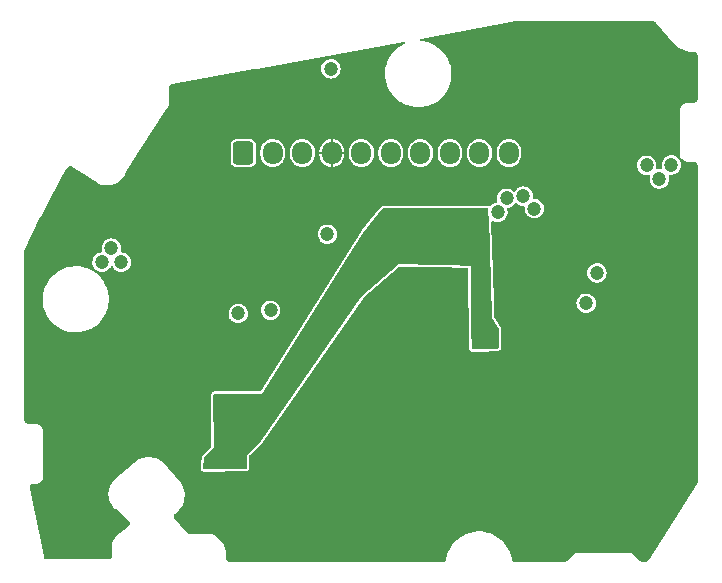
<source format=gbr>
%TF.GenerationSoftware,KiCad,Pcbnew,(6.0.6)*%
%TF.CreationDate,2023-05-08T04:55:46+09:00*%
%TF.ProjectId,128KB_64pin_Touch_L,3132384b-425f-4363-9470-696e5f546f75,rev?*%
%TF.SameCoordinates,Original*%
%TF.FileFunction,Copper,L2,Inr*%
%TF.FilePolarity,Positive*%
%FSLAX46Y46*%
G04 Gerber Fmt 4.6, Leading zero omitted, Abs format (unit mm)*
G04 Created by KiCad (PCBNEW (6.0.6)) date 2023-05-08 04:55:46*
%MOMM*%
%LPD*%
G01*
G04 APERTURE LIST*
G04 Aperture macros list*
%AMRoundRect*
0 Rectangle with rounded corners*
0 $1 Rounding radius*
0 $2 $3 $4 $5 $6 $7 $8 $9 X,Y pos of 4 corners*
0 Add a 4 corners polygon primitive as box body*
4,1,4,$2,$3,$4,$5,$6,$7,$8,$9,$2,$3,0*
0 Add four circle primitives for the rounded corners*
1,1,$1+$1,$2,$3*
1,1,$1+$1,$4,$5*
1,1,$1+$1,$6,$7*
1,1,$1+$1,$8,$9*
0 Add four rect primitives between the rounded corners*
20,1,$1+$1,$2,$3,$4,$5,0*
20,1,$1+$1,$4,$5,$6,$7,0*
20,1,$1+$1,$6,$7,$8,$9,0*
20,1,$1+$1,$8,$9,$2,$3,0*%
G04 Aperture macros list end*
%TA.AperFunction,ComponentPad*%
%ADD10RoundRect,0.250000X-0.600000X-0.725000X0.600000X-0.725000X0.600000X0.725000X-0.600000X0.725000X0*%
%TD*%
%TA.AperFunction,ComponentPad*%
%ADD11O,1.700000X1.950000*%
%TD*%
%TA.AperFunction,ViaPad*%
%ADD12C,1.200000*%
%TD*%
G04 APERTURE END LIST*
D10*
%TO.N,Net-(D1-Pad2)*%
%TO.C,J1*%
X136451000Y-84940000D03*
D11*
%TO.N,unconnected-(J1-Pad2)*%
X138951000Y-84940000D03*
%TO.N,unconnected-(J1-Pad3)*%
X141451000Y-84940000D03*
%TO.N,GND*%
X143951000Y-84940000D03*
%TO.N,Net-(J1-Pad5)*%
X146451000Y-84940000D03*
%TO.N,Net-(J1-Pad6)*%
X148951000Y-84940000D03*
%TO.N,Net-(J1-Pad7)*%
X151451000Y-84940000D03*
%TO.N,unconnected-(J1-Pad8)*%
X153951000Y-84940000D03*
%TO.N,Net-(D2-Pad2)*%
X156451000Y-84940000D03*
X158951000Y-84940000D03*
%TD*%
D12*
%TO.N,+5V*%
X156960000Y-100760000D03*
X156620000Y-97560000D03*
X135270000Y-109490000D03*
X136690000Y-109410000D03*
X137010000Y-107970000D03*
X135550000Y-107960000D03*
X156710000Y-99200000D03*
X144540000Y-97570000D03*
X152830000Y-91550000D03*
%TO.N,GND*%
X134460000Y-79300000D03*
X165200000Y-117530000D03*
X120680000Y-106620000D03*
X124970000Y-107420000D03*
X174090000Y-89520000D03*
X131540000Y-108180000D03*
X133080000Y-91990000D03*
X164610000Y-77900000D03*
X168540000Y-100640000D03*
X141740000Y-87120000D03*
X140110000Y-88350000D03*
X170650000Y-83370000D03*
X153900000Y-97670000D03*
X143860000Y-103230000D03*
X141610000Y-110020000D03*
X137440000Y-102720000D03*
X128090000Y-109010000D03*
X139660000Y-118240000D03*
X147290000Y-79180000D03*
X172080000Y-108180000D03*
X128010000Y-86270000D03*
X142180000Y-88710000D03*
X168650000Y-107780000D03*
X142290000Y-114420000D03*
X120840000Y-111560000D03*
X171360000Y-110410000D03*
X169020000Y-103960000D03*
X121350000Y-102400000D03*
X127840000Y-105190000D03*
X165050000Y-75860000D03*
X132110000Y-115970000D03*
X153070000Y-112560000D03*
X143380000Y-116310000D03*
X133680000Y-88860000D03*
X122300000Y-88010000D03*
X158240000Y-76700000D03*
X160870000Y-83730000D03*
X120570000Y-92890000D03*
X160190000Y-81980000D03*
X143740000Y-106140000D03*
X138380000Y-87010000D03*
X119120000Y-103060000D03*
X163320000Y-91880000D03*
X162860000Y-74510000D03*
X124110000Y-109410000D03*
X170240000Y-118010000D03*
X166610000Y-74870000D03*
X141270000Y-78340000D03*
X132230000Y-106080000D03*
X155290000Y-86420000D03*
X131700000Y-80450000D03*
X119990000Y-115670000D03*
X118880000Y-100060000D03*
X150030000Y-112500000D03*
X147050000Y-77190000D03*
X138090000Y-79020000D03*
X161320000Y-118260000D03*
X163340000Y-79650000D03*
X161080000Y-86420000D03*
X142500000Y-118270000D03*
X172850000Y-112270000D03*
X173850000Y-77300000D03*
X145930000Y-106210000D03*
X136470000Y-88200000D03*
X159710000Y-93650000D03*
X124270000Y-100620000D03*
X144040000Y-82570000D03*
X161470000Y-99510000D03*
X161390000Y-95660000D03*
X121720000Y-90870000D03*
X123420000Y-102900000D03*
X138070000Y-82780000D03*
X134260000Y-86340000D03*
X173930000Y-79690000D03*
X166760000Y-82170000D03*
X119200000Y-94590000D03*
X131210000Y-102460000D03*
X120420000Y-104760000D03*
X160440000Y-80130000D03*
X156290000Y-75740000D03*
X173400000Y-104120000D03*
X173750000Y-87530000D03*
X141230000Y-82680000D03*
X145500000Y-118240000D03*
X172610000Y-99540000D03*
X123120000Y-105240000D03*
X155450000Y-77660000D03*
X160750000Y-78250000D03*
X133960000Y-104180000D03*
X162940000Y-76540000D03*
X173650000Y-109850000D03*
X158620000Y-96930000D03*
X164720000Y-103310000D03*
X129490000Y-83560000D03*
X163240000Y-84750000D03*
X120710000Y-108930000D03*
X169990000Y-74990000D03*
X154110000Y-116900000D03*
X155070000Y-112890000D03*
X153750000Y-101190000D03*
X127210000Y-88470000D03*
X135630000Y-116760000D03*
X163530000Y-86780000D03*
X171010000Y-115390000D03*
X165890000Y-80210000D03*
X173920000Y-94440000D03*
X138550000Y-116310000D03*
X161360000Y-93860000D03*
X141070000Y-116280000D03*
X137750000Y-112200000D03*
X137190000Y-118400000D03*
X135370000Y-94260000D03*
X131730000Y-89300000D03*
X160150000Y-75390000D03*
X131690000Y-111490000D03*
%TO.N,+BATT*%
X126130000Y-94180000D03*
X124490000Y-94180000D03*
X125280000Y-92990000D03*
%TO.N,Net-(IC2-Pad61)*%
X161092655Y-89646586D03*
%TO.N,Net-(Q3-Pad3)*%
X170600000Y-85980000D03*
X172690000Y-85950000D03*
X171680000Y-87130000D03*
%TO.N,Net-(IC2-Pad60)*%
X160170366Y-88593975D03*
%TO.N,Net-(IC2-Pad59)*%
X158742709Y-88766990D03*
%TO.N,Net-(IC2-Pad58)*%
X157998964Y-89959936D03*
%TO.N,Net-(IC2-Pad5)*%
X138759500Y-98255553D03*
X166390000Y-95090000D03*
%TO.N,Net-(C5-Pad1)*%
X165485261Y-97661675D03*
X143580000Y-91810000D03*
%TO.N,Net-(D2-Pad1)*%
X143870000Y-77810000D03*
%TO.N,Net-(C2-Pad1)*%
X136031498Y-98526943D03*
%TD*%
%TA.AperFunction,Conductor*%
%TO.N,GND*%
G36*
X171141159Y-73783023D02*
G01*
X171152600Y-73785656D01*
X171163476Y-73783197D01*
X171164868Y-73783200D01*
X171178758Y-73784207D01*
X171223203Y-73790594D01*
X171250193Y-73798509D01*
X171301836Y-73822056D01*
X171325510Y-73837241D01*
X171359557Y-73866675D01*
X171369651Y-73876760D01*
X171369805Y-73876938D01*
X171375048Y-73886782D01*
X171385425Y-73894393D01*
X171401355Y-73909004D01*
X172958966Y-75687907D01*
X172963876Y-75693515D01*
X172976855Y-75712349D01*
X172981979Y-75722010D01*
X172982449Y-75722552D01*
X172986952Y-75725843D01*
X172991066Y-75729628D01*
X172990953Y-75729751D01*
X172995774Y-75733918D01*
X173146769Y-75887594D01*
X173328981Y-76032481D01*
X173527522Y-76154032D01*
X173530275Y-76155284D01*
X173530278Y-76155286D01*
X173572363Y-76174431D01*
X173739421Y-76250428D01*
X173742312Y-76251337D01*
X173742313Y-76251337D01*
X173958609Y-76319317D01*
X173958612Y-76319318D01*
X173961505Y-76320227D01*
X174066876Y-76339629D01*
X174187472Y-76361835D01*
X174187480Y-76361836D01*
X174190451Y-76362383D01*
X174404548Y-76375174D01*
X174411064Y-76376113D01*
X174411086Y-76375923D01*
X174416651Y-76376555D01*
X174422116Y-76377813D01*
X174422834Y-76377813D01*
X174434334Y-76375171D01*
X174456501Y-76372657D01*
X174586496Y-76372657D01*
X174608685Y-76375176D01*
X174620151Y-76377813D01*
X174630738Y-76375418D01*
X174645211Y-76376570D01*
X174697582Y-76384866D01*
X174727036Y-76394436D01*
X174782594Y-76422744D01*
X174807650Y-76440948D01*
X174828123Y-76461420D01*
X174851743Y-76485039D01*
X174869946Y-76510089D01*
X174898260Y-76565652D01*
X174907831Y-76595104D01*
X174916135Y-76647509D01*
X174917227Y-76661524D01*
X174914861Y-76671816D01*
X174917574Y-76683799D01*
X174920017Y-76705658D01*
X174920017Y-80338153D01*
X174917501Y-80360331D01*
X174914861Y-80371816D01*
X174917258Y-80382403D01*
X174916107Y-80396876D01*
X174907817Y-80449244D01*
X174898248Y-80478704D01*
X174869943Y-80534265D01*
X174851738Y-80559325D01*
X174807654Y-80603415D01*
X174782594Y-80621624D01*
X174727039Y-80649933D01*
X174697584Y-80659505D01*
X174645382Y-80667776D01*
X174631215Y-80668879D01*
X174620869Y-80666501D01*
X174609995Y-80668962D01*
X174609994Y-80668962D01*
X174608877Y-80669215D01*
X174587024Y-80671657D01*
X174154802Y-80671657D01*
X174132445Y-80669099D01*
X174121242Y-80666502D01*
X174120524Y-80666501D01*
X174115077Y-80667743D01*
X174115072Y-80667744D01*
X174112522Y-80668326D01*
X174100210Y-80670328D01*
X174055961Y-80674685D01*
X173983209Y-80681847D01*
X173978556Y-80683258D01*
X173978552Y-80683259D01*
X173855831Y-80720480D01*
X173855828Y-80720481D01*
X173851170Y-80721894D01*
X173846874Y-80724190D01*
X173799164Y-80749689D01*
X173729481Y-80786931D01*
X173622817Y-80874457D01*
X173619730Y-80878218D01*
X173619729Y-80878219D01*
X173600519Y-80901624D01*
X173535278Y-80981111D01*
X173532987Y-80985397D01*
X173532984Y-80985401D01*
X173472518Y-81098506D01*
X173470227Y-81102792D01*
X173430164Y-81234827D01*
X173429687Y-81239670D01*
X173429686Y-81239673D01*
X173418688Y-81351245D01*
X173416606Y-81363900D01*
X173414862Y-81371421D01*
X173414861Y-81372139D01*
X173417540Y-81383887D01*
X173420017Y-81405896D01*
X173420017Y-84937862D01*
X173417458Y-84960226D01*
X173414862Y-84971421D01*
X173414861Y-84972139D01*
X173416627Y-84979887D01*
X173418627Y-84992187D01*
X173430168Y-85109465D01*
X173431578Y-85114113D01*
X173431578Y-85114115D01*
X173434851Y-85124907D01*
X173470216Y-85241514D01*
X173535257Y-85363212D01*
X173622793Y-85469881D01*
X173729458Y-85557422D01*
X173733749Y-85559715D01*
X173733748Y-85559715D01*
X173846869Y-85620181D01*
X173846872Y-85620182D01*
X173851152Y-85622470D01*
X173983200Y-85662524D01*
X174039174Y-85668035D01*
X174099637Y-85673989D01*
X174112289Y-85676070D01*
X174113741Y-85676406D01*
X174119806Y-85677812D01*
X174120524Y-85677813D01*
X174128164Y-85676070D01*
X174132255Y-85675137D01*
X174154274Y-85672657D01*
X174586496Y-85672657D01*
X174608685Y-85675176D01*
X174620151Y-85677813D01*
X174630738Y-85675418D01*
X174645211Y-85676570D01*
X174697582Y-85684866D01*
X174727036Y-85694436D01*
X174743412Y-85702780D01*
X174782594Y-85722744D01*
X174807650Y-85740948D01*
X174817072Y-85750369D01*
X174851743Y-85785039D01*
X174869946Y-85810089D01*
X174898260Y-85865652D01*
X174907831Y-85895103D01*
X174915263Y-85942003D01*
X174916135Y-85947509D01*
X174917227Y-85961524D01*
X174914861Y-85971816D01*
X174917574Y-85983799D01*
X174920017Y-86005658D01*
X174920017Y-112758186D01*
X174917505Y-112780342D01*
X174914861Y-112791857D01*
X174917325Y-112802732D01*
X174917308Y-112813877D01*
X174916347Y-112813876D01*
X174916978Y-112823774D01*
X174915958Y-112834369D01*
X174915421Y-112839942D01*
X174911785Y-112858618D01*
X174900863Y-112895418D01*
X174893716Y-112913065D01*
X174886458Y-112926968D01*
X174880632Y-112934788D01*
X174881519Y-112935368D01*
X174875415Y-112944703D01*
X174867393Y-112952441D01*
X174862551Y-112965510D01*
X174853251Y-112984248D01*
X171959213Y-117533605D01*
X170771959Y-119399939D01*
X170757696Y-119417509D01*
X170757655Y-119417572D01*
X170749680Y-119425362D01*
X170745872Y-119435839D01*
X170743175Y-119440020D01*
X170735951Y-119449836D01*
X170715467Y-119474347D01*
X170713955Y-119476156D01*
X170695887Y-119492976D01*
X170657695Y-119520511D01*
X170655546Y-119522060D01*
X170633880Y-119533886D01*
X170598469Y-119547810D01*
X170587596Y-119552085D01*
X170563678Y-119558183D01*
X170545465Y-119560465D01*
X170528860Y-119562545D01*
X170516346Y-119563313D01*
X170513214Y-119563306D01*
X170502349Y-119560804D01*
X170490330Y-119563519D01*
X170490295Y-119563527D01*
X170468481Y-119565960D01*
X170290924Y-119565960D01*
X170268740Y-119563442D01*
X170268179Y-119563313D01*
X170257267Y-119560804D01*
X170246391Y-119563265D01*
X170242700Y-119563259D01*
X170229955Y-119562412D01*
X170197286Y-119558112D01*
X170192318Y-119557458D01*
X170167353Y-119550768D01*
X170119209Y-119530825D01*
X170096828Y-119517904D01*
X170066710Y-119494793D01*
X170066397Y-119494552D01*
X170056541Y-119485893D01*
X170054956Y-119484302D01*
X170049040Y-119474852D01*
X170038636Y-119468287D01*
X170021463Y-119454566D01*
X169562370Y-118995473D01*
X169548373Y-118977860D01*
X169545257Y-118972864D01*
X169545254Y-118972861D01*
X169542282Y-118968095D01*
X169541775Y-118967587D01*
X169535266Y-118963497D01*
X169525149Y-118956210D01*
X169433865Y-118881299D01*
X169312172Y-118816256D01*
X169180129Y-118776202D01*
X169063690Y-118764733D01*
X169051042Y-118762653D01*
X169043528Y-118760911D01*
X169042810Y-118760910D01*
X169037361Y-118762153D01*
X169037360Y-118762153D01*
X169031074Y-118763587D01*
X169009057Y-118766066D01*
X164891091Y-118766066D01*
X164868734Y-118763508D01*
X164862998Y-118762178D01*
X164862989Y-118762177D01*
X164857528Y-118760911D01*
X164856810Y-118760910D01*
X164849155Y-118762656D01*
X164836862Y-118764657D01*
X164719492Y-118776214D01*
X164714836Y-118777626D01*
X164714832Y-118777627D01*
X164592107Y-118814851D01*
X164592105Y-118814852D01*
X164587449Y-118816264D01*
X164583156Y-118818558D01*
X164583157Y-118818558D01*
X164470057Y-118879006D01*
X164465757Y-118881304D01*
X164462000Y-118884387D01*
X164461997Y-118884389D01*
X164375314Y-118955521D01*
X164364900Y-118962993D01*
X164358350Y-118967077D01*
X164357842Y-118967584D01*
X164354877Y-118972300D01*
X164354876Y-118972302D01*
X164351434Y-118977778D01*
X164337622Y-118995095D01*
X163878523Y-119454194D01*
X163861064Y-119468095D01*
X163851079Y-119474347D01*
X163845131Y-119483774D01*
X163842520Y-119486377D01*
X163832908Y-119494793D01*
X163802793Y-119517904D01*
X163802786Y-119517909D01*
X163780401Y-119530833D01*
X163732257Y-119550776D01*
X163707294Y-119557466D01*
X163669366Y-119562460D01*
X163656268Y-119563307D01*
X163653926Y-119563303D01*
X163643060Y-119560804D01*
X163631060Y-119563519D01*
X163609213Y-119565960D01*
X159533428Y-119565960D01*
X159517216Y-119564624D01*
X159507409Y-119562996D01*
X159496415Y-119561171D01*
X159485717Y-119564294D01*
X159484212Y-119564384D01*
X159470352Y-119564242D01*
X159425300Y-119560614D01*
X159397987Y-119554441D01*
X159360590Y-119540187D01*
X159344573Y-119534082D01*
X159320089Y-119520514D01*
X159274506Y-119486010D01*
X159254798Y-119466126D01*
X159220704Y-119420246D01*
X159207350Y-119395638D01*
X159194781Y-119361765D01*
X159192243Y-119349279D01*
X159191942Y-119349363D01*
X159189567Y-119340839D01*
X159189677Y-119339213D01*
X159189563Y-119338504D01*
X159187933Y-119334472D01*
X159187542Y-119332691D01*
X159187600Y-119328057D01*
X159186457Y-119325604D01*
X159186548Y-119323468D01*
X159185563Y-119323684D01*
X159173910Y-119270647D01*
X159120945Y-119029583D01*
X159120047Y-119026951D01*
X159019651Y-118732775D01*
X159019649Y-118732770D01*
X159018749Y-118730133D01*
X158945932Y-118576056D01*
X158884740Y-118446579D01*
X158883551Y-118444063D01*
X158717063Y-118174998D01*
X158597183Y-118022655D01*
X158523116Y-117928532D01*
X158521395Y-117926345D01*
X158507700Y-117912482D01*
X158300989Y-117703244D01*
X158299024Y-117701255D01*
X158296844Y-117699496D01*
X158054941Y-117504330D01*
X158054937Y-117504327D01*
X158052769Y-117502578D01*
X157785747Y-117332832D01*
X157783254Y-117331617D01*
X157783246Y-117331612D01*
X157503852Y-117195389D01*
X157503848Y-117195387D01*
X157501343Y-117194166D01*
X157498716Y-117193234D01*
X157498712Y-117193232D01*
X157300458Y-117122870D01*
X157203157Y-117088337D01*
X157200445Y-117087707D01*
X157200440Y-117087705D01*
X156897680Y-117017315D01*
X156897675Y-117017314D01*
X156894969Y-117016685D01*
X156580680Y-116980119D01*
X156577890Y-116980110D01*
X156577889Y-116980110D01*
X156267075Y-116979111D01*
X156264273Y-116979102D01*
X155949756Y-117013646D01*
X155641113Y-117083313D01*
X155342253Y-117187222D01*
X155056962Y-117324056D01*
X154788855Y-117492081D01*
X154541326Y-117689170D01*
X154498123Y-117732343D01*
X154320050Y-117910291D01*
X154317513Y-117912826D01*
X154315779Y-117915001D01*
X154315776Y-117915004D01*
X154121985Y-118158037D01*
X154121979Y-118158045D01*
X154120249Y-118160215D01*
X153952034Y-118428204D01*
X153814999Y-118713398D01*
X153710879Y-119012184D01*
X153710263Y-119014905D01*
X153642270Y-119315143D01*
X153642136Y-119315664D01*
X153640419Y-119319782D01*
X153640424Y-119319870D01*
X153640391Y-119319949D01*
X153640271Y-119320657D01*
X153640575Y-119325910D01*
X153636087Y-119350292D01*
X153629569Y-119370704D01*
X153624217Y-119387462D01*
X153612206Y-119412372D01*
X153581188Y-119458759D01*
X153562750Y-119479380D01*
X153520109Y-119515374D01*
X153496693Y-119530086D01*
X153451149Y-119550468D01*
X153445762Y-119552879D01*
X153419187Y-119560539D01*
X153375734Y-119566685D01*
X153361729Y-119567661D01*
X153361329Y-119567660D01*
X153350462Y-119565165D01*
X153339586Y-119567630D01*
X153338517Y-119567872D01*
X153316635Y-119570321D01*
X135343200Y-119570321D01*
X135321009Y-119567802D01*
X135320409Y-119567664D01*
X135309544Y-119565165D01*
X135298956Y-119567560D01*
X135284480Y-119566407D01*
X135259264Y-119562412D01*
X135232121Y-119558112D01*
X135202666Y-119548540D01*
X135147114Y-119520233D01*
X135122057Y-119502029D01*
X135077968Y-119457940D01*
X135059763Y-119432882D01*
X135049472Y-119412684D01*
X135046261Y-119406383D01*
X135031460Y-119377335D01*
X135021889Y-119347881D01*
X135013556Y-119295285D01*
X135012476Y-119281414D01*
X135014831Y-119271171D01*
X135012117Y-119259178D01*
X135009675Y-119237326D01*
X135009675Y-118905105D01*
X135012233Y-118882748D01*
X135013563Y-118877012D01*
X135013564Y-118877003D01*
X135014830Y-118871542D01*
X135014831Y-118870824D01*
X135013691Y-118865828D01*
X135013572Y-118864524D01*
X135011746Y-118838976D01*
X134996673Y-118628197D01*
X134944970Y-118390510D01*
X134859966Y-118162600D01*
X134743391Y-117949107D01*
X134597619Y-117754378D01*
X134425618Y-117582378D01*
X134230889Y-117436607D01*
X134017396Y-117320033D01*
X134014083Y-117318797D01*
X134014080Y-117318796D01*
X133943303Y-117292398D01*
X133789486Y-117235029D01*
X133551798Y-117183326D01*
X133352460Y-117169072D01*
X133317173Y-117166549D01*
X133314971Y-117166344D01*
X133309890Y-117165166D01*
X133309172Y-117165165D01*
X133297433Y-117167843D01*
X133275423Y-117170321D01*
X131916926Y-117170321D01*
X131894916Y-117167843D01*
X131883177Y-117165165D01*
X131872306Y-117167645D01*
X131870816Y-117167645D01*
X131856979Y-117166673D01*
X131811604Y-117160268D01*
X131784702Y-117152469D01*
X131732041Y-117128692D01*
X131708399Y-117113670D01*
X131673533Y-117083823D01*
X131663428Y-117073829D01*
X131663183Y-117073549D01*
X131657890Y-117063740D01*
X131648558Y-117056973D01*
X131631972Y-117041792D01*
X130689418Y-115957952D01*
X130683838Y-115950915D01*
X130671518Y-115933841D01*
X130671517Y-115933840D01*
X130664993Y-115924798D01*
X130655454Y-115919621D01*
X130645334Y-115909219D01*
X130611042Y-115868004D01*
X130595201Y-115841389D01*
X130571869Y-115782944D01*
X130565026Y-115752735D01*
X130560896Y-115689932D01*
X130563723Y-115659094D01*
X130579202Y-115598084D01*
X130591420Y-115569630D01*
X130619974Y-115524352D01*
X130628441Y-115513028D01*
X130637029Y-115506831D01*
X130641176Y-115499189D01*
X130644608Y-115495772D01*
X130812931Y-115349048D01*
X130814231Y-115347915D01*
X130832982Y-115335038D01*
X130842808Y-115329840D01*
X130843351Y-115329371D01*
X130846287Y-115325361D01*
X130846855Y-115324772D01*
X130937165Y-115234899D01*
X131027913Y-115144589D01*
X131029961Y-115141899D01*
X131029966Y-115141893D01*
X131184021Y-114939521D01*
X131186071Y-114936828D01*
X131314337Y-114709394D01*
X131344939Y-114631959D01*
X131409054Y-114469717D01*
X131409056Y-114469712D01*
X131410302Y-114466558D01*
X131472164Y-114212882D01*
X131498760Y-113953130D01*
X131489591Y-113692180D01*
X131465827Y-113555609D01*
X131445411Y-113438279D01*
X131445410Y-113438275D01*
X131444829Y-113434936D01*
X131365316Y-113186227D01*
X131361303Y-113177847D01*
X131254011Y-112953790D01*
X131254009Y-112953787D01*
X131252543Y-112950725D01*
X131220697Y-112902513D01*
X131110501Y-112735685D01*
X131110496Y-112735679D01*
X131108631Y-112732855D01*
X131106399Y-112730315D01*
X131106390Y-112730303D01*
X130940021Y-112540962D01*
X130939826Y-112540729D01*
X130937293Y-112536705D01*
X130936784Y-112536199D01*
X130932048Y-112533249D01*
X130927665Y-112529778D01*
X130928230Y-112529064D01*
X130913731Y-112516707D01*
X130701747Y-112273026D01*
X130109022Y-111591676D01*
X132855420Y-111591676D01*
X132855989Y-111634669D01*
X132860841Y-111675585D01*
X132863228Y-111690808D01*
X132900306Y-111774411D01*
X132936936Y-111823421D01*
X132961548Y-111850835D01*
X133040685Y-111896677D01*
X133045993Y-111898323D01*
X133045996Y-111898324D01*
X133095408Y-111913644D01*
X133095413Y-111913645D01*
X133099125Y-111914796D01*
X133102975Y-111915353D01*
X133102977Y-111915353D01*
X133132166Y-111919573D01*
X133162758Y-111923995D01*
X136655117Y-111876801D01*
X136656967Y-111876636D01*
X136656977Y-111876636D01*
X136683992Y-111874234D01*
X136683995Y-111874234D01*
X136685858Y-111874068D01*
X136687706Y-111873763D01*
X136687710Y-111873762D01*
X136709437Y-111870170D01*
X136715111Y-111869232D01*
X136802383Y-111832737D01*
X136807032Y-111829359D01*
X136807036Y-111829357D01*
X136832572Y-111810803D01*
X136851883Y-111796773D01*
X136879628Y-111772532D01*
X136926536Y-111694022D01*
X136932232Y-111676493D01*
X136944240Y-111639534D01*
X136944240Y-111639532D01*
X136945443Y-111635831D01*
X136947373Y-111623648D01*
X136954891Y-111576177D01*
X136954891Y-111576172D01*
X136955500Y-111572329D01*
X136955500Y-110599161D01*
X136974407Y-110540970D01*
X136985693Y-110527981D01*
X138085002Y-109465316D01*
X138085868Y-109464479D01*
X138099563Y-109449886D01*
X138112045Y-109435214D01*
X138112779Y-109434261D01*
X138123538Y-109420289D01*
X138123548Y-109420276D01*
X138124259Y-109419352D01*
X146556775Y-97288889D01*
X146573386Y-97270445D01*
X146616177Y-97233520D01*
X149668045Y-94599976D01*
X149724453Y-94576274D01*
X149733096Y-94575929D01*
X152928332Y-94587978D01*
X152931174Y-94588029D01*
X155405774Y-94668431D01*
X155463320Y-94689218D01*
X155497657Y-94739860D01*
X155501552Y-94766174D01*
X155582183Y-101390904D01*
X155583277Y-101480805D01*
X155583483Y-101482907D01*
X155586250Y-101511207D01*
X155586684Y-101515649D01*
X155592791Y-101548695D01*
X155595269Y-101554168D01*
X155630986Y-101633071D01*
X155630988Y-101633075D01*
X155633465Y-101638546D01*
X155637183Y-101643264D01*
X155646594Y-101655206D01*
X155671336Y-101686602D01*
X155672845Y-101688198D01*
X155672847Y-101688201D01*
X155679959Y-101695726D01*
X155696645Y-101713381D01*
X155776930Y-101757182D01*
X155835816Y-101773799D01*
X155899661Y-101781366D01*
X155903547Y-101781214D01*
X155903548Y-101781214D01*
X156396512Y-101761924D01*
X158002906Y-101699065D01*
X158009265Y-101698377D01*
X158029281Y-101696210D01*
X158029295Y-101696208D01*
X158030976Y-101696026D01*
X158032649Y-101695727D01*
X158032659Y-101695726D01*
X158042507Y-101693968D01*
X158057698Y-101691257D01*
X158142383Y-101655206D01*
X158191883Y-101619242D01*
X158219628Y-101595001D01*
X158266536Y-101516491D01*
X158278816Y-101478698D01*
X158284240Y-101462003D01*
X158284240Y-101462001D01*
X158285443Y-101458300D01*
X158295500Y-101394798D01*
X158295500Y-99907585D01*
X158287960Y-99852428D01*
X158280073Y-99824120D01*
X158274600Y-99804477D01*
X158274598Y-99804471D01*
X158273696Y-99801234D01*
X158251627Y-99750124D01*
X157847403Y-99081064D01*
X157727043Y-98881847D01*
X157712830Y-98833841D01*
X157674687Y-97650147D01*
X164659649Y-97650147D01*
X164661085Y-97664791D01*
X164677072Y-97827844D01*
X164677073Y-97827849D01*
X164677612Y-97833346D01*
X164735716Y-98008013D01*
X164738581Y-98012744D01*
X164738583Y-98012748D01*
X164824616Y-98154803D01*
X164831074Y-98165467D01*
X164834916Y-98169446D01*
X164834918Y-98169448D01*
X164840666Y-98175400D01*
X164958945Y-98297882D01*
X165112975Y-98398676D01*
X165285508Y-98462840D01*
X165290992Y-98463572D01*
X165290993Y-98463572D01*
X165396149Y-98477603D01*
X165467969Y-98487186D01*
X165473474Y-98486685D01*
X165473477Y-98486685D01*
X165547748Y-98479925D01*
X165651289Y-98470502D01*
X165656547Y-98468794D01*
X165656550Y-98468793D01*
X165821093Y-98415330D01*
X165821095Y-98415329D01*
X165826358Y-98413619D01*
X165831114Y-98410784D01*
X165831116Y-98410783D01*
X165979723Y-98322195D01*
X165984474Y-98319363D01*
X166117778Y-98192420D01*
X166122220Y-98185735D01*
X166216582Y-98043707D01*
X166219645Y-98039097D01*
X166285012Y-97867016D01*
X166290518Y-97827844D01*
X166310198Y-97687811D01*
X166310631Y-97684730D01*
X166310953Y-97661675D01*
X166290434Y-97478744D01*
X166229897Y-97304905D01*
X166132350Y-97148798D01*
X166002643Y-97018182D01*
X165847221Y-96919548D01*
X165817711Y-96909040D01*
X165679021Y-96859655D01*
X165679019Y-96859655D01*
X165673808Y-96857799D01*
X165647543Y-96854667D01*
X165496521Y-96836658D01*
X165496518Y-96836658D01*
X165491025Y-96836003D01*
X165307956Y-96855245D01*
X165220827Y-96884906D01*
X165138940Y-96912782D01*
X165138936Y-96912784D01*
X165133698Y-96914567D01*
X165128988Y-96917465D01*
X165128983Y-96917467D01*
X165000680Y-96996400D01*
X164976914Y-97011021D01*
X164845396Y-97139813D01*
X164745679Y-97294543D01*
X164682721Y-97467520D01*
X164659649Y-97650147D01*
X157674687Y-97650147D01*
X157591819Y-95078472D01*
X165564388Y-95078472D01*
X165565824Y-95093116D01*
X165581811Y-95256169D01*
X165581812Y-95256174D01*
X165582351Y-95261671D01*
X165640455Y-95436338D01*
X165643320Y-95441069D01*
X165643322Y-95441073D01*
X165659280Y-95467422D01*
X165735813Y-95593792D01*
X165863684Y-95726207D01*
X166017714Y-95827001D01*
X166190247Y-95891165D01*
X166195731Y-95891897D01*
X166195732Y-95891897D01*
X166340729Y-95911244D01*
X166372708Y-95915511D01*
X166378213Y-95915010D01*
X166378216Y-95915010D01*
X166452487Y-95908250D01*
X166556028Y-95898827D01*
X166561286Y-95897119D01*
X166561289Y-95897118D01*
X166725832Y-95843655D01*
X166725834Y-95843654D01*
X166731097Y-95841944D01*
X166735853Y-95839109D01*
X166735855Y-95839108D01*
X166884462Y-95750520D01*
X166889213Y-95747688D01*
X167022517Y-95620745D01*
X167037780Y-95597773D01*
X167121321Y-95472032D01*
X167124384Y-95467422D01*
X167189751Y-95295341D01*
X167195257Y-95256169D01*
X167214937Y-95116136D01*
X167215370Y-95113055D01*
X167215692Y-95090000D01*
X167195173Y-94907069D01*
X167134636Y-94733230D01*
X167078915Y-94644059D01*
X167040021Y-94581815D01*
X167040021Y-94581814D01*
X167037089Y-94577123D01*
X166907382Y-94446507D01*
X166751960Y-94347873D01*
X166732959Y-94341107D01*
X166583760Y-94287980D01*
X166583758Y-94287980D01*
X166578547Y-94286124D01*
X166552282Y-94282992D01*
X166401260Y-94264983D01*
X166401257Y-94264983D01*
X166395764Y-94264328D01*
X166212695Y-94283570D01*
X166125566Y-94313231D01*
X166043679Y-94341107D01*
X166043675Y-94341109D01*
X166038437Y-94342892D01*
X166033727Y-94345790D01*
X166033722Y-94345792D01*
X165961033Y-94390511D01*
X165881653Y-94439346D01*
X165750135Y-94568138D01*
X165650418Y-94722868D01*
X165587460Y-94895845D01*
X165564388Y-95078472D01*
X157591819Y-95078472D01*
X157452970Y-90769517D01*
X157469994Y-90710748D01*
X157518310Y-90673209D01*
X157579463Y-90671238D01*
X157606129Y-90683490D01*
X157622050Y-90693909D01*
X157622053Y-90693911D01*
X157626678Y-90696937D01*
X157799211Y-90761101D01*
X157804695Y-90761833D01*
X157804696Y-90761833D01*
X157976186Y-90784715D01*
X157981672Y-90785447D01*
X157987177Y-90784946D01*
X157987180Y-90784946D01*
X158061451Y-90778186D01*
X158164992Y-90768763D01*
X158170250Y-90767055D01*
X158170253Y-90767054D01*
X158334796Y-90713591D01*
X158334798Y-90713590D01*
X158340061Y-90711880D01*
X158344817Y-90709045D01*
X158344819Y-90709044D01*
X158493426Y-90620456D01*
X158498177Y-90617624D01*
X158631481Y-90490681D01*
X158644315Y-90471365D01*
X158730285Y-90341968D01*
X158733348Y-90337358D01*
X158798715Y-90165277D01*
X158800250Y-90154359D01*
X158823901Y-89986072D01*
X158824334Y-89982991D01*
X158824656Y-89959936D01*
X158804137Y-89777005D01*
X158802314Y-89771770D01*
X158781114Y-89710890D01*
X158779832Y-89649718D01*
X158814752Y-89599476D01*
X158865634Y-89579741D01*
X158903219Y-89576320D01*
X158903226Y-89576319D01*
X158908737Y-89575817D01*
X158913995Y-89574109D01*
X158913998Y-89574108D01*
X159078541Y-89520645D01*
X159078543Y-89520644D01*
X159083806Y-89518934D01*
X159088562Y-89516099D01*
X159088564Y-89516098D01*
X159230978Y-89431202D01*
X159241922Y-89424678D01*
X159375226Y-89297735D01*
X159378291Y-89293122D01*
X159443244Y-89195360D01*
X159491195Y-89157355D01*
X159552326Y-89154793D01*
X159596918Y-89181375D01*
X159640206Y-89226202D01*
X159640209Y-89226204D01*
X159644050Y-89230182D01*
X159798080Y-89330976D01*
X159970613Y-89395140D01*
X159976097Y-89395872D01*
X159976098Y-89395872D01*
X160039547Y-89404338D01*
X160153074Y-89419486D01*
X160158580Y-89418985D01*
X160158583Y-89418985D01*
X160173295Y-89417646D01*
X160232960Y-89431202D01*
X160273262Y-89477239D01*
X160280486Y-89528647D01*
X160274946Y-89572501D01*
X160267043Y-89635058D01*
X160275143Y-89717672D01*
X160284466Y-89812755D01*
X160284467Y-89812760D01*
X160285006Y-89818257D01*
X160343110Y-89992924D01*
X160345975Y-89997655D01*
X160345977Y-89997659D01*
X160361935Y-90024008D01*
X160438468Y-90150378D01*
X160442310Y-90154357D01*
X160442312Y-90154359D01*
X160468185Y-90181151D01*
X160566339Y-90282793D01*
X160720369Y-90383587D01*
X160892902Y-90447751D01*
X160898386Y-90448483D01*
X160898387Y-90448483D01*
X161069877Y-90471365D01*
X161075363Y-90472097D01*
X161080868Y-90471596D01*
X161080871Y-90471596D01*
X161155142Y-90464836D01*
X161258683Y-90455413D01*
X161263941Y-90453705D01*
X161263944Y-90453704D01*
X161428487Y-90400241D01*
X161428489Y-90400240D01*
X161433752Y-90398530D01*
X161438508Y-90395695D01*
X161438510Y-90395694D01*
X161538577Y-90336042D01*
X161591868Y-90304274D01*
X161725172Y-90177331D01*
X161740435Y-90154359D01*
X161823976Y-90028618D01*
X161827039Y-90024008D01*
X161892406Y-89851927D01*
X161897912Y-89812755D01*
X161917592Y-89672722D01*
X161918025Y-89669641D01*
X161918347Y-89646586D01*
X161897828Y-89463655D01*
X161837291Y-89289816D01*
X161739744Y-89133709D01*
X161610037Y-89003093D01*
X161454615Y-88904459D01*
X161449400Y-88902602D01*
X161286415Y-88844566D01*
X161286413Y-88844566D01*
X161281202Y-88842710D01*
X161269465Y-88841310D01*
X161103915Y-88821569D01*
X161103912Y-88821569D01*
X161098419Y-88820914D01*
X161092911Y-88821493D01*
X161091138Y-88821679D01*
X161090171Y-88821473D01*
X161087379Y-88821454D01*
X161087383Y-88820881D01*
X161031289Y-88808961D01*
X160990346Y-88763493D01*
X160982748Y-88709444D01*
X160995303Y-88620111D01*
X160995736Y-88617030D01*
X160996058Y-88593975D01*
X160975539Y-88411044D01*
X160915002Y-88237205D01*
X160817455Y-88081098D01*
X160699642Y-87962459D01*
X160691648Y-87954409D01*
X160691646Y-87954408D01*
X160687748Y-87950482D01*
X160532326Y-87851848D01*
X160513325Y-87845082D01*
X160364126Y-87791955D01*
X160364124Y-87791955D01*
X160358913Y-87790099D01*
X160332648Y-87786967D01*
X160181626Y-87768958D01*
X160181623Y-87768958D01*
X160176130Y-87768303D01*
X159993061Y-87787545D01*
X159905932Y-87817206D01*
X159824045Y-87845082D01*
X159824041Y-87845084D01*
X159818803Y-87846867D01*
X159814093Y-87849765D01*
X159814088Y-87849767D01*
X159684914Y-87929236D01*
X159662019Y-87943321D01*
X159658070Y-87947188D01*
X159658069Y-87947189D01*
X159649571Y-87955511D01*
X159530501Y-88072113D01*
X159527503Y-88076765D01*
X159470697Y-88164910D01*
X159423282Y-88203581D01*
X159362192Y-88206996D01*
X159317233Y-88181039D01*
X159263996Y-88127428D01*
X159263989Y-88127423D01*
X159260091Y-88123497D01*
X159104669Y-88024863D01*
X159085668Y-88018097D01*
X158936469Y-87964970D01*
X158936467Y-87964970D01*
X158931256Y-87963114D01*
X158904991Y-87959982D01*
X158753969Y-87941973D01*
X158753966Y-87941973D01*
X158748473Y-87941318D01*
X158565404Y-87960560D01*
X158478275Y-87990221D01*
X158396388Y-88018097D01*
X158396384Y-88018099D01*
X158391146Y-88019882D01*
X158386436Y-88022780D01*
X158386431Y-88022782D01*
X158284014Y-88085790D01*
X158234362Y-88116336D01*
X158230413Y-88120203D01*
X158230412Y-88120204D01*
X158148684Y-88200238D01*
X158102844Y-88245128D01*
X158003127Y-88399858D01*
X157940169Y-88572835D01*
X157917097Y-88755462D01*
X157923579Y-88821569D01*
X157934520Y-88933159D01*
X157934521Y-88933164D01*
X157935060Y-88938661D01*
X157961418Y-89017896D01*
X157961845Y-89079078D01*
X157926228Y-89128828D01*
X157877828Y-89147602D01*
X157827163Y-89152927D01*
X157827159Y-89152928D01*
X157821659Y-89153506D01*
X157739794Y-89181375D01*
X157652643Y-89211043D01*
X157652639Y-89211045D01*
X157647401Y-89212828D01*
X157642691Y-89215726D01*
X157642686Y-89215728D01*
X157516885Y-89293122D01*
X157490617Y-89309282D01*
X157371464Y-89425966D01*
X157369074Y-89428306D01*
X157314269Y-89455511D01*
X157248894Y-89442478D01*
X157238695Y-89436362D01*
X157238694Y-89436362D01*
X157233927Y-89433503D01*
X157225485Y-89430745D01*
X157179463Y-89415710D01*
X157179458Y-89415709D01*
X157175767Y-89414503D01*
X157119241Y-89405458D01*
X157116123Y-89404959D01*
X157116122Y-89404959D01*
X157112279Y-89404344D01*
X152014294Y-89396226D01*
X150930968Y-89394501D01*
X150929665Y-89394503D01*
X150928402Y-89394509D01*
X150927069Y-89394520D01*
X148305141Y-89423979D01*
X148305127Y-89423980D01*
X148303666Y-89423996D01*
X148302208Y-89424100D01*
X148302196Y-89424101D01*
X148281674Y-89425572D01*
X148278946Y-89425768D01*
X148268251Y-89427187D01*
X148260666Y-89428193D01*
X148260663Y-89428194D01*
X148255325Y-89428902D01*
X148250267Y-89430744D01*
X148250264Y-89430745D01*
X148190727Y-89452431D01*
X148172033Y-89459240D01*
X148120413Y-89492086D01*
X148072236Y-89534663D01*
X147958304Y-89672722D01*
X146488954Y-91453230D01*
X146405614Y-91554218D01*
X146405117Y-91554862D01*
X146405093Y-91554892D01*
X146397918Y-91564189D01*
X146397421Y-91564833D01*
X146396976Y-91565450D01*
X146396953Y-91565481D01*
X146391724Y-91572735D01*
X146389875Y-91575299D01*
X146382403Y-91586408D01*
X143514482Y-96165667D01*
X137944806Y-105058865D01*
X137897896Y-105098147D01*
X137861385Y-105105317D01*
X136697830Y-105110980D01*
X134017946Y-105124021D01*
X133985864Y-105126699D01*
X133973347Y-105128741D01*
X133961105Y-105130737D01*
X133961101Y-105130738D01*
X133955345Y-105131677D01*
X133866911Y-105168774D01*
X133817569Y-105204954D01*
X133815913Y-105206413D01*
X133815905Y-105206420D01*
X133804575Y-105216407D01*
X133789932Y-105229313D01*
X133743368Y-105308027D01*
X133724715Y-105366299D01*
X133714934Y-105429846D01*
X133714951Y-105433737D01*
X133733962Y-109787268D01*
X133715309Y-109845540D01*
X133706243Y-109856403D01*
X133016166Y-110572359D01*
X132977273Y-110629437D01*
X132975530Y-110633245D01*
X132951710Y-110685279D01*
X132951707Y-110685286D01*
X132949968Y-110689086D01*
X132948890Y-110693131D01*
X132948889Y-110693134D01*
X132940569Y-110724357D01*
X132932182Y-110755827D01*
X132894877Y-111162031D01*
X132857197Y-111572329D01*
X132855420Y-111591676D01*
X130109022Y-111591676D01*
X130088804Y-111568435D01*
X129915834Y-111369602D01*
X129903042Y-111350964D01*
X129900371Y-111345922D01*
X129897733Y-111340941D01*
X129897263Y-111340399D01*
X129892768Y-111337111D01*
X129892205Y-111336592D01*
X129888896Y-111333401D01*
X129723501Y-111166323D01*
X129723499Y-111166321D01*
X129721219Y-111164018D01*
X129718661Y-111162034D01*
X129718657Y-111162031D01*
X129526898Y-111013341D01*
X129526895Y-111013339D01*
X129524339Y-111011357D01*
X129309216Y-110885701D01*
X129079533Y-110789198D01*
X128839218Y-110723501D01*
X128715801Y-110706617D01*
X128595605Y-110690173D01*
X128595597Y-110690172D01*
X128592385Y-110689733D01*
X128458476Y-110689055D01*
X128346488Y-110688488D01*
X128346482Y-110688488D01*
X128343255Y-110688472D01*
X128340047Y-110688878D01*
X128340044Y-110688878D01*
X128165168Y-110711001D01*
X128096092Y-110719739D01*
X128092970Y-110720559D01*
X128092963Y-110720560D01*
X127858266Y-110782176D01*
X127858261Y-110782178D01*
X127855125Y-110783001D01*
X127852119Y-110784228D01*
X127852120Y-110784228D01*
X127627478Y-110875947D01*
X127627474Y-110875949D01*
X127624476Y-110877173D01*
X127408093Y-111000646D01*
X127393987Y-111011357D01*
X127220034Y-111143441D01*
X127216089Y-111146286D01*
X127214463Y-111147399D01*
X127209513Y-111150021D01*
X127208970Y-111150491D01*
X127205666Y-111155007D01*
X127201802Y-111160288D01*
X127186851Y-111176550D01*
X125486291Y-112654744D01*
X125479444Y-112660184D01*
X125457617Y-112676005D01*
X125453078Y-112679295D01*
X125452606Y-112679836D01*
X125450265Y-112684210D01*
X125450061Y-112684492D01*
X125307247Y-112874511D01*
X125305549Y-112877606D01*
X125305548Y-112877607D01*
X125196436Y-113076453D01*
X125190397Y-113087458D01*
X125189157Y-113090759D01*
X125189156Y-113090762D01*
X125131974Y-113243037D01*
X125105005Y-113314853D01*
X125104247Y-113318297D01*
X125104246Y-113318301D01*
X125079292Y-113431705D01*
X125052805Y-113552078D01*
X125034859Y-113794315D01*
X125051530Y-114036642D01*
X125102480Y-114274138D01*
X125186674Y-114501980D01*
X125188360Y-114505091D01*
X125300676Y-114712353D01*
X125302402Y-114715539D01*
X125304510Y-114718375D01*
X125304514Y-114718381D01*
X125412267Y-114863333D01*
X125447313Y-114910478D01*
X125449799Y-114912982D01*
X125449802Y-114912985D01*
X125612744Y-115077075D01*
X125614334Y-115078747D01*
X125617389Y-115082978D01*
X125617929Y-115083451D01*
X125628800Y-115089296D01*
X125646865Y-115101773D01*
X126727588Y-116041200D01*
X126742864Y-116057909D01*
X126742948Y-116058025D01*
X126742950Y-116058027D01*
X126749482Y-116067061D01*
X126759027Y-116072229D01*
X126769161Y-116082624D01*
X126803373Y-116123659D01*
X126819242Y-116150260D01*
X126842563Y-116208512D01*
X126849435Y-116238717D01*
X126853612Y-116301326D01*
X126850814Y-116332173D01*
X126835439Y-116393010D01*
X126823244Y-116421486D01*
X126794484Y-116467183D01*
X126786310Y-116478134D01*
X126777868Y-116484237D01*
X126773811Y-116491730D01*
X126770547Y-116494978D01*
X125628488Y-117488196D01*
X125610868Y-117500439D01*
X125604264Y-117504035D01*
X125604262Y-117504036D01*
X125599352Y-117506710D01*
X125598814Y-117507186D01*
X125595555Y-117511750D01*
X125595553Y-117511752D01*
X125591951Y-117516796D01*
X125583153Y-117527455D01*
X125518870Y-117595099D01*
X125452799Y-117693563D01*
X125451087Y-117697376D01*
X125451084Y-117697381D01*
X125431748Y-117740441D01*
X125404224Y-117801735D01*
X125374528Y-117916533D01*
X125374176Y-117920704D01*
X125366754Y-118008649D01*
X125364553Y-118022655D01*
X125363196Y-118028514D01*
X125363195Y-118028521D01*
X125361933Y-118033973D01*
X125361932Y-118034691D01*
X125363177Y-118040142D01*
X125364603Y-118046386D01*
X125367088Y-118068429D01*
X125367088Y-118987609D01*
X125364570Y-119009795D01*
X125361932Y-119021262D01*
X125364327Y-119031849D01*
X125363174Y-119046322D01*
X125354878Y-119098679D01*
X125345307Y-119128131D01*
X125317000Y-119183678D01*
X125298798Y-119208730D01*
X125254708Y-119252815D01*
X125229653Y-119271016D01*
X125174110Y-119299314D01*
X125144654Y-119308884D01*
X125091797Y-119317255D01*
X125078127Y-119318319D01*
X125067952Y-119315979D01*
X125055951Y-119318694D01*
X125034106Y-119321135D01*
X120706877Y-119321135D01*
X120704037Y-119321094D01*
X119691866Y-119292045D01*
X119634244Y-119271477D01*
X119614463Y-119251066D01*
X119584786Y-119209986D01*
X119572099Y-119186118D01*
X119557353Y-119145921D01*
X119553533Y-119132749D01*
X119553351Y-119131908D01*
X119553478Y-119120763D01*
X119548759Y-119110665D01*
X119548592Y-119109891D01*
X119541773Y-119089292D01*
X118364489Y-113348179D01*
X118362485Y-113326660D01*
X118362514Y-113324936D01*
X118362513Y-113324931D01*
X118362697Y-113313787D01*
X118358028Y-113303661D01*
X118357959Y-113303335D01*
X118356014Y-113288963D01*
X118353069Y-113240886D01*
X118355616Y-113211736D01*
X118369378Y-113154392D01*
X118380336Y-113127261D01*
X118390517Y-113109972D01*
X118410259Y-113076448D01*
X118428668Y-113053709D01*
X118472141Y-113013863D01*
X118496400Y-112997496D01*
X118549620Y-112972102D01*
X118577604Y-112963542D01*
X118625286Y-112956408D01*
X118639517Y-112955360D01*
X118650192Y-112957813D01*
X118661064Y-112955351D01*
X118661065Y-112955351D01*
X118662163Y-112955102D01*
X118684029Y-112952657D01*
X118776240Y-112952657D01*
X118798591Y-112955213D01*
X118809806Y-112957812D01*
X118810524Y-112957813D01*
X118815976Y-112956569D01*
X118815977Y-112956569D01*
X118817599Y-112956199D01*
X118829909Y-112954197D01*
X118943015Y-112943053D01*
X118943018Y-112943052D01*
X118947853Y-112942576D01*
X118952501Y-112941166D01*
X118952505Y-112941165D01*
X119075248Y-112903926D01*
X119075252Y-112903924D01*
X119079904Y-112902513D01*
X119084191Y-112900221D01*
X119084194Y-112900220D01*
X119197310Y-112839750D01*
X119197311Y-112839749D01*
X119201601Y-112837456D01*
X119308267Y-112749908D01*
X119322261Y-112732855D01*
X119392719Y-112646989D01*
X119395803Y-112643231D01*
X119460845Y-112521526D01*
X119500893Y-112389471D01*
X119512352Y-112273020D01*
X119514432Y-112260368D01*
X119514907Y-112258318D01*
X119514907Y-112258314D01*
X119516172Y-112252857D01*
X119516173Y-112252139D01*
X119513498Y-112240417D01*
X119511017Y-112218391D01*
X119511017Y-108586425D01*
X119513572Y-108564080D01*
X119514907Y-108558319D01*
X119514908Y-108558315D01*
X119516172Y-108552857D01*
X119516173Y-108552139D01*
X119514499Y-108544801D01*
X119512498Y-108532512D01*
X119500897Y-108414820D01*
X119460834Y-108282780D01*
X119446446Y-108255864D01*
X119398076Y-108165382D01*
X119395783Y-108161092D01*
X119308243Y-108054431D01*
X119201578Y-107966897D01*
X119197288Y-107964604D01*
X119197285Y-107964602D01*
X119084174Y-107904144D01*
X119079886Y-107901852D01*
X119004723Y-107879050D01*
X118952496Y-107863206D01*
X118952494Y-107863206D01*
X118947844Y-107861795D01*
X118943006Y-107861318D01*
X118943004Y-107861318D01*
X118831407Y-107850324D01*
X118818757Y-107848244D01*
X118818574Y-107848202D01*
X118811242Y-107846502D01*
X118810524Y-107846501D01*
X118799261Y-107849070D01*
X118776926Y-107851547D01*
X118280616Y-107849935D01*
X118244676Y-107849818D01*
X118222812Y-107847301D01*
X118221722Y-107847050D01*
X118221720Y-107847050D01*
X118210857Y-107844552D01*
X118200269Y-107846947D01*
X118185797Y-107845795D01*
X118133432Y-107837502D01*
X118103974Y-107827930D01*
X118048424Y-107799625D01*
X118023367Y-107781420D01*
X117979281Y-107737335D01*
X117961075Y-107712277D01*
X117932771Y-107656728D01*
X117923199Y-107627271D01*
X117914876Y-107574729D01*
X117913793Y-107560820D01*
X117916152Y-107550564D01*
X117913438Y-107538571D01*
X117910996Y-107516720D01*
X117910996Y-97233520D01*
X119463726Y-97233520D01*
X119466033Y-97321635D01*
X119472180Y-97556372D01*
X119472582Y-97559199D01*
X119472583Y-97559207D01*
X119510816Y-97827844D01*
X119517686Y-97876112D01*
X119518412Y-97878880D01*
X119518413Y-97878884D01*
X119525005Y-97904010D01*
X119599641Y-98188504D01*
X119655895Y-98332788D01*
X119715897Y-98486685D01*
X119716957Y-98489405D01*
X119718289Y-98491920D01*
X119718290Y-98491923D01*
X119749039Y-98549998D01*
X119868081Y-98774828D01*
X119926413Y-98859701D01*
X120026041Y-99004661D01*
X120051009Y-99040990D01*
X120263316Y-99284363D01*
X120502189Y-99501721D01*
X120504505Y-99503385D01*
X120504506Y-99503386D01*
X120762143Y-99688517D01*
X120762147Y-99688520D01*
X120764462Y-99690183D01*
X121046658Y-99847251D01*
X121200444Y-99910951D01*
X121342404Y-99969753D01*
X121342407Y-99969754D01*
X121345036Y-99970843D01*
X121655643Y-100059322D01*
X121974360Y-100111514D01*
X122296964Y-100126727D01*
X122299809Y-100126533D01*
X122299813Y-100126533D01*
X122616333Y-100104955D01*
X122619179Y-100104761D01*
X122936733Y-100045906D01*
X122939449Y-100045071D01*
X122939455Y-100045069D01*
X123091076Y-99998424D01*
X123245418Y-99950942D01*
X123469838Y-99852428D01*
X123538538Y-99822271D01*
X123538545Y-99822268D01*
X123541143Y-99821127D01*
X123543596Y-99819694D01*
X123543605Y-99819689D01*
X123817518Y-99659627D01*
X123817521Y-99659625D01*
X123819987Y-99658184D01*
X123948795Y-99561473D01*
X124075974Y-99465985D01*
X124075981Y-99465979D01*
X124078256Y-99464271D01*
X124312524Y-99241958D01*
X124363647Y-99180816D01*
X124517861Y-98996379D01*
X124517866Y-98996372D01*
X124519689Y-98994192D01*
X124697002Y-98724258D01*
X124698276Y-98721725D01*
X124698280Y-98721718D01*
X124802039Y-98515415D01*
X135205886Y-98515415D01*
X135207322Y-98530059D01*
X135223309Y-98693112D01*
X135223310Y-98693117D01*
X135223849Y-98698614D01*
X135281953Y-98873281D01*
X135284818Y-98878012D01*
X135284820Y-98878016D01*
X135337019Y-98964206D01*
X135377311Y-99030735D01*
X135381153Y-99034714D01*
X135381155Y-99034716D01*
X135402402Y-99056718D01*
X135505182Y-99163150D01*
X135659212Y-99263944D01*
X135831745Y-99328108D01*
X135837229Y-99328840D01*
X135837230Y-99328840D01*
X135977828Y-99347600D01*
X136014206Y-99352454D01*
X136019711Y-99351953D01*
X136019714Y-99351953D01*
X136093985Y-99345193D01*
X136197526Y-99335770D01*
X136202784Y-99334062D01*
X136202787Y-99334061D01*
X136367330Y-99280598D01*
X136367332Y-99280597D01*
X136372595Y-99278887D01*
X136377351Y-99276052D01*
X136377353Y-99276051D01*
X136525960Y-99187463D01*
X136530711Y-99184631D01*
X136664015Y-99057688D01*
X136679278Y-99034716D01*
X136762819Y-98908975D01*
X136765882Y-98904365D01*
X136831249Y-98732284D01*
X136836755Y-98693112D01*
X136856435Y-98553079D01*
X136856868Y-98549998D01*
X136857190Y-98526943D01*
X136836671Y-98344012D01*
X136801852Y-98244025D01*
X137933888Y-98244025D01*
X137939169Y-98297882D01*
X137951311Y-98421722D01*
X137951312Y-98421727D01*
X137951851Y-98427224D01*
X138009955Y-98601891D01*
X138012820Y-98606622D01*
X138012822Y-98606626D01*
X138082525Y-98721718D01*
X138105313Y-98759345D01*
X138109155Y-98763324D01*
X138109157Y-98763326D01*
X138122529Y-98777173D01*
X138233184Y-98891760D01*
X138387214Y-98992554D01*
X138559747Y-99056718D01*
X138565231Y-99057450D01*
X138565232Y-99057450D01*
X138736722Y-99080332D01*
X138742208Y-99081064D01*
X138747713Y-99080563D01*
X138747716Y-99080563D01*
X138821987Y-99073803D01*
X138925528Y-99064380D01*
X138930786Y-99062672D01*
X138930789Y-99062671D01*
X139095332Y-99009208D01*
X139095334Y-99009207D01*
X139100597Y-99007497D01*
X139105353Y-99004662D01*
X139105355Y-99004661D01*
X139253962Y-98916073D01*
X139258713Y-98913241D01*
X139392017Y-98786298D01*
X139407280Y-98763326D01*
X139490821Y-98637585D01*
X139493884Y-98632975D01*
X139559251Y-98460894D01*
X139562788Y-98435733D01*
X139584437Y-98281689D01*
X139584870Y-98278608D01*
X139585192Y-98255553D01*
X139564673Y-98072622D01*
X139504136Y-97898783D01*
X139406589Y-97742676D01*
X139309252Y-97644657D01*
X139280782Y-97615987D01*
X139280780Y-97615986D01*
X139276882Y-97612060D01*
X139121460Y-97513426D01*
X139024061Y-97478744D01*
X138953260Y-97453533D01*
X138953258Y-97453533D01*
X138948047Y-97451677D01*
X138921782Y-97448545D01*
X138770760Y-97430536D01*
X138770757Y-97430536D01*
X138765264Y-97429881D01*
X138582195Y-97449123D01*
X138495066Y-97478784D01*
X138413179Y-97506660D01*
X138413175Y-97506662D01*
X138407937Y-97508445D01*
X138403227Y-97511343D01*
X138403222Y-97511345D01*
X138325424Y-97559207D01*
X138251153Y-97604899D01*
X138119635Y-97733691D01*
X138019918Y-97888421D01*
X137956960Y-98061398D01*
X137933888Y-98244025D01*
X136801852Y-98244025D01*
X136776134Y-98170173D01*
X136711597Y-98066892D01*
X136681519Y-98018758D01*
X136681519Y-98018757D01*
X136678587Y-98014066D01*
X136569297Y-97904010D01*
X136552780Y-97887377D01*
X136552778Y-97887376D01*
X136548880Y-97883450D01*
X136393458Y-97784816D01*
X136288291Y-97747368D01*
X136225258Y-97724923D01*
X136225256Y-97724923D01*
X136220045Y-97723067D01*
X136193780Y-97719935D01*
X136042758Y-97701926D01*
X136042755Y-97701926D01*
X136037262Y-97701271D01*
X135854193Y-97720513D01*
X135775307Y-97747368D01*
X135685177Y-97778050D01*
X135685173Y-97778052D01*
X135679935Y-97779835D01*
X135675225Y-97782733D01*
X135675220Y-97782735D01*
X135584425Y-97838593D01*
X135523151Y-97876289D01*
X135391633Y-98005081D01*
X135291916Y-98159811D01*
X135228958Y-98332788D01*
X135205886Y-98515415D01*
X124802039Y-98515415D01*
X124840839Y-98438270D01*
X124842115Y-98435733D01*
X124910257Y-98249528D01*
X124952123Y-98135124D01*
X124952124Y-98135121D01*
X124953105Y-98132440D01*
X124966145Y-98078127D01*
X124993832Y-97962801D01*
X125028499Y-97818401D01*
X125032205Y-97787783D01*
X125067033Y-97499969D01*
X125067033Y-97499966D01*
X125067298Y-97497778D01*
X125072834Y-97321635D01*
X125071870Y-97304905D01*
X125054407Y-97002054D01*
X125054243Y-96999208D01*
X125029429Y-96857030D01*
X124999205Y-96683854D01*
X124999203Y-96683846D01*
X124998716Y-96681055D01*
X124906990Y-96371392D01*
X124780280Y-96074324D01*
X124687261Y-95911244D01*
X124621682Y-95796273D01*
X124621681Y-95796271D01*
X124620265Y-95793789D01*
X124429067Y-95533504D01*
X124427136Y-95531426D01*
X124427131Y-95531420D01*
X124211160Y-95299008D01*
X124209220Y-95296920D01*
X124207056Y-95295072D01*
X124207051Y-95295067D01*
X124114984Y-95216435D01*
X123963637Y-95087173D01*
X123695574Y-94907042D01*
X123408584Y-94758915D01*
X123405920Y-94757908D01*
X123405917Y-94757907D01*
X123220312Y-94687773D01*
X123106471Y-94644756D01*
X123103706Y-94644061D01*
X123103698Y-94644059D01*
X122833831Y-94576274D01*
X122793239Y-94566078D01*
X122605747Y-94541394D01*
X122475867Y-94524295D01*
X122475862Y-94524295D01*
X122473039Y-94523923D01*
X122470193Y-94523878D01*
X122470189Y-94523878D01*
X122345896Y-94521926D01*
X122150116Y-94518850D01*
X121828751Y-94550926D01*
X121825963Y-94551534D01*
X121825956Y-94551535D01*
X121515990Y-94619119D01*
X121515988Y-94619120D01*
X121513202Y-94619727D01*
X121207652Y-94724340D01*
X120916150Y-94863379D01*
X120913744Y-94864888D01*
X120913739Y-94864891D01*
X120830669Y-94917001D01*
X120642562Y-95035001D01*
X120390512Y-95236931D01*
X120163342Y-95466493D01*
X119964062Y-95720643D01*
X119795315Y-95996014D01*
X119659336Y-96288955D01*
X119658442Y-96291660D01*
X119658439Y-96291666D01*
X119609938Y-96438320D01*
X119557928Y-96595584D01*
X119492436Y-96911836D01*
X119492183Y-96914674D01*
X119492182Y-96914679D01*
X119470869Y-97153490D01*
X119463726Y-97233520D01*
X117910996Y-97233520D01*
X117910996Y-94168472D01*
X123664388Y-94168472D01*
X123665824Y-94183116D01*
X123681811Y-94346169D01*
X123681812Y-94346174D01*
X123682351Y-94351671D01*
X123740455Y-94526338D01*
X123743320Y-94531069D01*
X123743322Y-94531073D01*
X123826510Y-94668431D01*
X123835813Y-94683792D01*
X123839655Y-94687771D01*
X123839657Y-94687773D01*
X123876155Y-94725568D01*
X123963684Y-94816207D01*
X124117714Y-94917001D01*
X124290247Y-94981165D01*
X124295731Y-94981897D01*
X124295732Y-94981897D01*
X124467222Y-95004779D01*
X124472708Y-95005511D01*
X124478213Y-95005010D01*
X124478216Y-95005010D01*
X124552487Y-94998250D01*
X124656028Y-94988827D01*
X124661286Y-94987119D01*
X124661289Y-94987118D01*
X124825832Y-94933655D01*
X124825834Y-94933654D01*
X124831097Y-94931944D01*
X124835853Y-94929109D01*
X124835855Y-94929108D01*
X124935922Y-94869456D01*
X124989213Y-94837688D01*
X125122517Y-94710745D01*
X125136820Y-94689218D01*
X125212181Y-94575789D01*
X125224384Y-94557422D01*
X125224592Y-94556874D01*
X125266741Y-94515020D01*
X125327206Y-94505660D01*
X125381625Y-94533628D01*
X125396057Y-94552099D01*
X125411212Y-94577123D01*
X125472946Y-94679059D01*
X125472949Y-94679063D01*
X125475813Y-94683792D01*
X125479655Y-94687771D01*
X125479657Y-94687773D01*
X125516155Y-94725568D01*
X125603684Y-94816207D01*
X125757714Y-94917001D01*
X125930247Y-94981165D01*
X125935731Y-94981897D01*
X125935732Y-94981897D01*
X126107222Y-95004779D01*
X126112708Y-95005511D01*
X126118213Y-95005010D01*
X126118216Y-95005010D01*
X126192487Y-94998250D01*
X126296028Y-94988827D01*
X126301286Y-94987119D01*
X126301289Y-94987118D01*
X126465832Y-94933655D01*
X126465834Y-94933654D01*
X126471097Y-94931944D01*
X126475853Y-94929109D01*
X126475855Y-94929108D01*
X126575922Y-94869456D01*
X126629213Y-94837688D01*
X126762517Y-94710745D01*
X126776820Y-94689218D01*
X126852181Y-94575789D01*
X126864384Y-94557422D01*
X126929751Y-94385341D01*
X126935257Y-94346169D01*
X126954937Y-94206136D01*
X126955370Y-94203055D01*
X126955692Y-94180000D01*
X126935173Y-93997069D01*
X126874636Y-93823230D01*
X126777089Y-93667123D01*
X126647382Y-93536507D01*
X126491960Y-93437873D01*
X126472959Y-93431107D01*
X126323760Y-93377980D01*
X126323758Y-93377980D01*
X126318547Y-93376124D01*
X126297129Y-93373570D01*
X126150225Y-93356052D01*
X126094682Y-93330387D01*
X126064832Y-93276977D01*
X126069399Y-93222593D01*
X126077787Y-93200511D01*
X126079751Y-93195341D01*
X126085257Y-93156169D01*
X126104937Y-93016136D01*
X126105370Y-93013055D01*
X126105692Y-92990000D01*
X126085173Y-92807069D01*
X126024636Y-92633230D01*
X125927089Y-92477123D01*
X125797382Y-92346507D01*
X125641960Y-92247873D01*
X125485139Y-92192032D01*
X125473760Y-92187980D01*
X125473758Y-92187980D01*
X125468547Y-92186124D01*
X125436043Y-92182248D01*
X125291260Y-92164983D01*
X125291257Y-92164983D01*
X125285764Y-92164328D01*
X125102695Y-92183570D01*
X125015566Y-92213231D01*
X124933679Y-92241107D01*
X124933675Y-92241109D01*
X124928437Y-92242892D01*
X124923727Y-92245790D01*
X124923722Y-92245792D01*
X124806719Y-92317773D01*
X124771653Y-92339346D01*
X124767704Y-92343213D01*
X124767703Y-92343214D01*
X124764340Y-92346507D01*
X124640135Y-92468138D01*
X124540418Y-92622868D01*
X124477460Y-92795845D01*
X124454388Y-92978472D01*
X124457473Y-93009937D01*
X124471811Y-93156169D01*
X124471812Y-93156174D01*
X124472351Y-93161671D01*
X124474097Y-93166919D01*
X124496199Y-93233361D01*
X124496626Y-93294545D01*
X124461008Y-93344295D01*
X124412609Y-93363068D01*
X124318199Y-93372991D01*
X124318195Y-93372992D01*
X124312695Y-93373570D01*
X124225566Y-93403231D01*
X124143679Y-93431107D01*
X124143675Y-93431109D01*
X124138437Y-93432892D01*
X124133727Y-93435790D01*
X124133722Y-93435792D01*
X123986362Y-93526449D01*
X123981653Y-93529346D01*
X123850135Y-93658138D01*
X123750418Y-93812868D01*
X123687460Y-93985845D01*
X123664388Y-94168472D01*
X117910996Y-94168472D01*
X117910996Y-93171081D01*
X117920672Y-93128393D01*
X117942957Y-93081764D01*
X118556252Y-91798472D01*
X142754388Y-91798472D01*
X142755824Y-91813116D01*
X142771811Y-91976169D01*
X142771812Y-91976174D01*
X142772351Y-91981671D01*
X142830455Y-92156338D01*
X142833320Y-92161069D01*
X142833322Y-92161073D01*
X142919355Y-92303128D01*
X142925813Y-92313792D01*
X142929655Y-92317771D01*
X142929657Y-92317773D01*
X142989749Y-92380000D01*
X143053684Y-92446207D01*
X143207714Y-92547001D01*
X143380247Y-92611165D01*
X143385731Y-92611897D01*
X143385732Y-92611897D01*
X143467955Y-92622868D01*
X143562708Y-92635511D01*
X143568213Y-92635010D01*
X143568216Y-92635010D01*
X143644534Y-92628064D01*
X143746028Y-92618827D01*
X143751286Y-92617119D01*
X143751289Y-92617118D01*
X143915832Y-92563655D01*
X143915834Y-92563654D01*
X143921097Y-92561944D01*
X143925853Y-92559109D01*
X143925855Y-92559108D01*
X144055515Y-92481815D01*
X144079213Y-92467688D01*
X144212517Y-92340745D01*
X144227780Y-92317773D01*
X144311321Y-92192032D01*
X144314384Y-92187422D01*
X144379751Y-92015341D01*
X144385257Y-91976169D01*
X144404937Y-91836136D01*
X144405370Y-91833055D01*
X144405692Y-91810000D01*
X144385173Y-91627069D01*
X144324636Y-91453230D01*
X144227089Y-91297123D01*
X144097382Y-91166507D01*
X143941960Y-91067873D01*
X143922959Y-91061107D01*
X143773760Y-91007980D01*
X143773758Y-91007980D01*
X143768547Y-91006124D01*
X143742282Y-91002992D01*
X143591260Y-90984983D01*
X143591257Y-90984983D01*
X143585764Y-90984328D01*
X143402695Y-91003570D01*
X143315566Y-91033231D01*
X143233679Y-91061107D01*
X143233675Y-91061109D01*
X143228437Y-91062892D01*
X143223727Y-91065790D01*
X143223722Y-91065792D01*
X143076362Y-91156449D01*
X143071653Y-91159346D01*
X142940135Y-91288138D01*
X142840418Y-91442868D01*
X142777460Y-91615845D01*
X142754388Y-91798472D01*
X118556252Y-91798472D01*
X118569646Y-91770446D01*
X118570399Y-91768906D01*
X118661206Y-91587122D01*
X119272165Y-90364056D01*
X119272935Y-90362549D01*
X119286073Y-90337358D01*
X119999104Y-88970173D01*
X119999851Y-88968771D01*
X120750253Y-87589205D01*
X120751086Y-87587705D01*
X120861934Y-87392130D01*
X121135041Y-86910269D01*
X121509234Y-86250058D01*
X121522104Y-86232516D01*
X121522481Y-86231866D01*
X121530084Y-86223711D01*
X121532092Y-86217260D01*
X121536372Y-86212031D01*
X121538993Y-86201194D01*
X121539696Y-86199781D01*
X121546700Y-86187869D01*
X121571428Y-86151829D01*
X121590316Y-86131262D01*
X121633436Y-86095933D01*
X121657320Y-86081457D01*
X121708590Y-86059577D01*
X121735565Y-86052348D01*
X121790903Y-86045657D01*
X121818818Y-86046248D01*
X121873833Y-86055279D01*
X121900472Y-86063643D01*
X121913955Y-86070085D01*
X121939798Y-86082433D01*
X121952117Y-86089444D01*
X121952646Y-86089798D01*
X121960307Y-86097898D01*
X121970719Y-86101874D01*
X121970721Y-86101875D01*
X121973404Y-86102899D01*
X121992005Y-86112355D01*
X122552227Y-86476132D01*
X124140429Y-87507422D01*
X124221287Y-87559927D01*
X124223293Y-87561464D01*
X124227116Y-87566881D01*
X124236858Y-87572300D01*
X124236859Y-87572301D01*
X124258205Y-87584175D01*
X124263996Y-87587660D01*
X124274320Y-87594364D01*
X124279534Y-87596277D01*
X124281817Y-87597419D01*
X124285653Y-87599444D01*
X124307056Y-87611350D01*
X124307745Y-87611550D01*
X124313352Y-87611863D01*
X124315551Y-87612238D01*
X124319940Y-87613089D01*
X124333269Y-87615992D01*
X124338434Y-87617887D01*
X124339366Y-87617796D01*
X124340709Y-87618431D01*
X124340879Y-87617649D01*
X124546704Y-87662473D01*
X124546706Y-87662473D01*
X124549873Y-87663163D01*
X124553103Y-87663433D01*
X124553107Y-87663434D01*
X124793273Y-87683541D01*
X124793279Y-87683541D01*
X124796503Y-87683811D01*
X125043718Y-87672090D01*
X125046895Y-87671518D01*
X125046900Y-87671517D01*
X125284095Y-87628777D01*
X125284102Y-87628775D01*
X125287289Y-87628201D01*
X125523047Y-87552894D01*
X125525968Y-87551519D01*
X125525972Y-87551517D01*
X125744023Y-87448840D01*
X125744022Y-87448840D01*
X125746958Y-87447458D01*
X125749682Y-87445708D01*
X125749686Y-87445706D01*
X125913449Y-87340511D01*
X125955191Y-87313698D01*
X125969416Y-87301671D01*
X126141709Y-87155993D01*
X126141710Y-87155992D01*
X126144183Y-87153901D01*
X126310700Y-86970803D01*
X126443765Y-86779236D01*
X126450039Y-86770204D01*
X126450040Y-86770202D01*
X126451892Y-86767536D01*
X126454649Y-86762192D01*
X126563856Y-86550465D01*
X126563857Y-86550464D01*
X126565345Y-86547578D01*
X126638049Y-86345458D01*
X126648175Y-86325054D01*
X126661260Y-86304907D01*
X127041885Y-85718834D01*
X135400500Y-85718834D01*
X135400718Y-85721135D01*
X135400718Y-85721145D01*
X135401542Y-85729862D01*
X135403481Y-85750369D01*
X135448366Y-85878184D01*
X135452761Y-85884135D01*
X135452762Y-85884136D01*
X135515054Y-85968472D01*
X135528850Y-85987150D01*
X135534807Y-85991550D01*
X135626908Y-86059577D01*
X135637816Y-86067634D01*
X135765631Y-86112519D01*
X135771638Y-86113087D01*
X135771639Y-86113087D01*
X135794855Y-86115282D01*
X135794865Y-86115282D01*
X135797166Y-86115500D01*
X137104834Y-86115500D01*
X137107135Y-86115282D01*
X137107145Y-86115282D01*
X137130361Y-86113087D01*
X137130362Y-86113087D01*
X137136369Y-86112519D01*
X137264184Y-86067634D01*
X137275093Y-86059577D01*
X137367193Y-85991550D01*
X137373150Y-85987150D01*
X137386946Y-85968472D01*
X137449238Y-85884136D01*
X137449239Y-85884135D01*
X137453634Y-85878184D01*
X137498519Y-85750369D01*
X137500458Y-85729862D01*
X137501282Y-85721145D01*
X137501282Y-85721135D01*
X137501500Y-85718834D01*
X137501500Y-85116841D01*
X137900500Y-85116841D01*
X137900735Y-85119236D01*
X137900735Y-85119240D01*
X137915039Y-85265123D01*
X137915520Y-85270030D01*
X137916916Y-85274655D01*
X137916917Y-85274658D01*
X137944788Y-85366969D01*
X137975065Y-85467251D01*
X138071782Y-85649151D01*
X138201989Y-85808800D01*
X138205717Y-85811884D01*
X138205718Y-85811885D01*
X138270708Y-85865649D01*
X138360725Y-85940118D01*
X138541945Y-86038103D01*
X138597425Y-86055277D01*
X138734125Y-86097593D01*
X138734129Y-86097594D01*
X138738746Y-86099023D01*
X138743554Y-86099528D01*
X138743557Y-86099529D01*
X138938815Y-86120051D01*
X138938817Y-86120051D01*
X138943631Y-86120557D01*
X139003646Y-86115095D01*
X139143978Y-86102325D01*
X139143983Y-86102324D01*
X139148797Y-86101886D01*
X139346428Y-86043720D01*
X139355325Y-86039069D01*
X139424212Y-86003055D01*
X139528998Y-85948274D01*
X139548494Y-85932599D01*
X139685780Y-85822219D01*
X139685783Y-85822217D01*
X139689553Y-85819185D01*
X139692965Y-85815119D01*
X139818859Y-85665085D01*
X139818860Y-85665083D01*
X139821976Y-85661370D01*
X139828694Y-85649151D01*
X139918889Y-85485085D01*
X139921224Y-85480838D01*
X139923257Y-85474431D01*
X139982052Y-85289083D01*
X139983516Y-85284468D01*
X139985136Y-85270030D01*
X140001191Y-85126892D01*
X140001191Y-85126890D01*
X140001500Y-85124136D01*
X140001500Y-85116841D01*
X140400500Y-85116841D01*
X140400735Y-85119236D01*
X140400735Y-85119240D01*
X140415039Y-85265123D01*
X140415520Y-85270030D01*
X140416916Y-85274655D01*
X140416917Y-85274658D01*
X140444788Y-85366969D01*
X140475065Y-85467251D01*
X140571782Y-85649151D01*
X140701989Y-85808800D01*
X140705717Y-85811884D01*
X140705718Y-85811885D01*
X140770708Y-85865649D01*
X140860725Y-85940118D01*
X141041945Y-86038103D01*
X141097425Y-86055277D01*
X141234125Y-86097593D01*
X141234129Y-86097594D01*
X141238746Y-86099023D01*
X141243554Y-86099528D01*
X141243557Y-86099529D01*
X141438815Y-86120051D01*
X141438817Y-86120051D01*
X141443631Y-86120557D01*
X141503646Y-86115095D01*
X141643978Y-86102325D01*
X141643983Y-86102324D01*
X141648797Y-86101886D01*
X141846428Y-86043720D01*
X141855325Y-86039069D01*
X141924212Y-86003055D01*
X142028998Y-85948274D01*
X142048494Y-85932599D01*
X142185780Y-85822219D01*
X142185783Y-85822217D01*
X142189553Y-85819185D01*
X142192965Y-85815119D01*
X142318859Y-85665085D01*
X142318860Y-85665083D01*
X142321976Y-85661370D01*
X142328694Y-85649151D01*
X142418889Y-85485085D01*
X142421224Y-85480838D01*
X142423257Y-85474431D01*
X142482052Y-85289083D01*
X142483516Y-85284468D01*
X142485136Y-85270030D01*
X142501191Y-85126892D01*
X142501191Y-85126890D01*
X142501500Y-85124136D01*
X142501500Y-85114404D01*
X142901000Y-85114404D01*
X142901235Y-85119219D01*
X142915541Y-85265123D01*
X142917410Y-85274561D01*
X142974131Y-85462428D01*
X142977801Y-85471332D01*
X143069928Y-85644599D01*
X143075260Y-85652624D01*
X143199284Y-85804693D01*
X143206078Y-85811534D01*
X143357279Y-85936619D01*
X143365262Y-85942003D01*
X143537886Y-86035340D01*
X143546757Y-86039069D01*
X143734225Y-86097100D01*
X143743659Y-86099037D01*
X143835406Y-86108680D01*
X143848452Y-86105907D01*
X143850119Y-86104055D01*
X143851000Y-86099912D01*
X143851000Y-86094604D01*
X144051000Y-86094604D01*
X144055122Y-86107289D01*
X144057437Y-86108972D01*
X144061013Y-86109373D01*
X144143883Y-86101832D01*
X144153346Y-86100026D01*
X144341593Y-86044622D01*
X144350534Y-86041009D01*
X144524427Y-85950101D01*
X144532503Y-85944816D01*
X144685429Y-85821860D01*
X144692313Y-85815119D01*
X144818449Y-85664795D01*
X144823896Y-85656841D01*
X144918427Y-85484889D01*
X144922227Y-85476024D01*
X144981561Y-85288979D01*
X144983565Y-85279551D01*
X145000691Y-85126867D01*
X145001000Y-85121338D01*
X145001000Y-85116841D01*
X145400500Y-85116841D01*
X145400735Y-85119236D01*
X145400735Y-85119240D01*
X145415039Y-85265123D01*
X145415520Y-85270030D01*
X145416916Y-85274655D01*
X145416917Y-85274658D01*
X145444788Y-85366969D01*
X145475065Y-85467251D01*
X145571782Y-85649151D01*
X145701989Y-85808800D01*
X145705717Y-85811884D01*
X145705718Y-85811885D01*
X145770708Y-85865649D01*
X145860725Y-85940118D01*
X146041945Y-86038103D01*
X146097425Y-86055277D01*
X146234125Y-86097593D01*
X146234129Y-86097594D01*
X146238746Y-86099023D01*
X146243554Y-86099528D01*
X146243557Y-86099529D01*
X146438815Y-86120051D01*
X146438817Y-86120051D01*
X146443631Y-86120557D01*
X146503646Y-86115095D01*
X146643978Y-86102325D01*
X146643983Y-86102324D01*
X146648797Y-86101886D01*
X146846428Y-86043720D01*
X146855325Y-86039069D01*
X146924212Y-86003055D01*
X147028998Y-85948274D01*
X147048494Y-85932599D01*
X147185780Y-85822219D01*
X147185783Y-85822217D01*
X147189553Y-85819185D01*
X147192965Y-85815119D01*
X147318859Y-85665085D01*
X147318860Y-85665083D01*
X147321976Y-85661370D01*
X147328694Y-85649151D01*
X147418889Y-85485085D01*
X147421224Y-85480838D01*
X147423257Y-85474431D01*
X147482052Y-85289083D01*
X147483516Y-85284468D01*
X147485136Y-85270030D01*
X147501191Y-85126892D01*
X147501191Y-85126890D01*
X147501500Y-85124136D01*
X147501500Y-85116841D01*
X147900500Y-85116841D01*
X147900735Y-85119236D01*
X147900735Y-85119240D01*
X147915039Y-85265123D01*
X147915520Y-85270030D01*
X147916916Y-85274655D01*
X147916917Y-85274658D01*
X147944788Y-85366969D01*
X147975065Y-85467251D01*
X148071782Y-85649151D01*
X148201989Y-85808800D01*
X148205717Y-85811884D01*
X148205718Y-85811885D01*
X148270708Y-85865649D01*
X148360725Y-85940118D01*
X148541945Y-86038103D01*
X148597425Y-86055277D01*
X148734125Y-86097593D01*
X148734129Y-86097594D01*
X148738746Y-86099023D01*
X148743554Y-86099528D01*
X148743557Y-86099529D01*
X148938815Y-86120051D01*
X148938817Y-86120051D01*
X148943631Y-86120557D01*
X149003646Y-86115095D01*
X149143978Y-86102325D01*
X149143983Y-86102324D01*
X149148797Y-86101886D01*
X149346428Y-86043720D01*
X149355325Y-86039069D01*
X149424212Y-86003055D01*
X149528998Y-85948274D01*
X149548494Y-85932599D01*
X149685780Y-85822219D01*
X149685783Y-85822217D01*
X149689553Y-85819185D01*
X149692965Y-85815119D01*
X149818859Y-85665085D01*
X149818860Y-85665083D01*
X149821976Y-85661370D01*
X149828694Y-85649151D01*
X149918889Y-85485085D01*
X149921224Y-85480838D01*
X149923257Y-85474431D01*
X149982052Y-85289083D01*
X149983516Y-85284468D01*
X149985136Y-85270030D01*
X150001191Y-85126892D01*
X150001191Y-85126890D01*
X150001500Y-85124136D01*
X150001500Y-85116841D01*
X150400500Y-85116841D01*
X150400735Y-85119236D01*
X150400735Y-85119240D01*
X150415039Y-85265123D01*
X150415520Y-85270030D01*
X150416916Y-85274655D01*
X150416917Y-85274658D01*
X150444788Y-85366969D01*
X150475065Y-85467251D01*
X150571782Y-85649151D01*
X150701989Y-85808800D01*
X150705717Y-85811884D01*
X150705718Y-85811885D01*
X150770708Y-85865649D01*
X150860725Y-85940118D01*
X151041945Y-86038103D01*
X151097425Y-86055277D01*
X151234125Y-86097593D01*
X151234129Y-86097594D01*
X151238746Y-86099023D01*
X151243554Y-86099528D01*
X151243557Y-86099529D01*
X151438815Y-86120051D01*
X151438817Y-86120051D01*
X151443631Y-86120557D01*
X151503646Y-86115095D01*
X151643978Y-86102325D01*
X151643983Y-86102324D01*
X151648797Y-86101886D01*
X151846428Y-86043720D01*
X151855325Y-86039069D01*
X151924212Y-86003055D01*
X152028998Y-85948274D01*
X152048494Y-85932599D01*
X152185780Y-85822219D01*
X152185783Y-85822217D01*
X152189553Y-85819185D01*
X152192965Y-85815119D01*
X152318859Y-85665085D01*
X152318860Y-85665083D01*
X152321976Y-85661370D01*
X152328694Y-85649151D01*
X152418889Y-85485085D01*
X152421224Y-85480838D01*
X152423257Y-85474431D01*
X152482052Y-85289083D01*
X152483516Y-85284468D01*
X152485136Y-85270030D01*
X152501191Y-85126892D01*
X152501191Y-85126890D01*
X152501500Y-85124136D01*
X152501500Y-85116841D01*
X152900500Y-85116841D01*
X152900735Y-85119236D01*
X152900735Y-85119240D01*
X152915039Y-85265123D01*
X152915520Y-85270030D01*
X152916916Y-85274655D01*
X152916917Y-85274658D01*
X152944788Y-85366969D01*
X152975065Y-85467251D01*
X153071782Y-85649151D01*
X153201989Y-85808800D01*
X153205717Y-85811884D01*
X153205718Y-85811885D01*
X153270708Y-85865649D01*
X153360725Y-85940118D01*
X153541945Y-86038103D01*
X153597425Y-86055277D01*
X153734125Y-86097593D01*
X153734129Y-86097594D01*
X153738746Y-86099023D01*
X153743554Y-86099528D01*
X153743557Y-86099529D01*
X153938815Y-86120051D01*
X153938817Y-86120051D01*
X153943631Y-86120557D01*
X154003646Y-86115095D01*
X154143978Y-86102325D01*
X154143983Y-86102324D01*
X154148797Y-86101886D01*
X154346428Y-86043720D01*
X154355325Y-86039069D01*
X154424212Y-86003055D01*
X154528998Y-85948274D01*
X154548494Y-85932599D01*
X154685780Y-85822219D01*
X154685783Y-85822217D01*
X154689553Y-85819185D01*
X154692965Y-85815119D01*
X154818859Y-85665085D01*
X154818860Y-85665083D01*
X154821976Y-85661370D01*
X154828694Y-85649151D01*
X154918889Y-85485085D01*
X154921224Y-85480838D01*
X154923257Y-85474431D01*
X154982052Y-85289083D01*
X154983516Y-85284468D01*
X154985136Y-85270030D01*
X155001191Y-85126892D01*
X155001191Y-85126890D01*
X155001500Y-85124136D01*
X155001500Y-85116841D01*
X155400500Y-85116841D01*
X155400735Y-85119236D01*
X155400735Y-85119240D01*
X155415039Y-85265123D01*
X155415520Y-85270030D01*
X155416916Y-85274655D01*
X155416917Y-85274658D01*
X155444788Y-85366969D01*
X155475065Y-85467251D01*
X155571782Y-85649151D01*
X155701989Y-85808800D01*
X155705717Y-85811884D01*
X155705718Y-85811885D01*
X155770708Y-85865649D01*
X155860725Y-85940118D01*
X156041945Y-86038103D01*
X156097425Y-86055277D01*
X156234125Y-86097593D01*
X156234129Y-86097594D01*
X156238746Y-86099023D01*
X156243554Y-86099528D01*
X156243557Y-86099529D01*
X156438815Y-86120051D01*
X156438817Y-86120051D01*
X156443631Y-86120557D01*
X156503646Y-86115095D01*
X156643978Y-86102325D01*
X156643983Y-86102324D01*
X156648797Y-86101886D01*
X156846428Y-86043720D01*
X156855325Y-86039069D01*
X156924212Y-86003055D01*
X157028998Y-85948274D01*
X157048494Y-85932599D01*
X157185780Y-85822219D01*
X157185783Y-85822217D01*
X157189553Y-85819185D01*
X157192965Y-85815119D01*
X157318859Y-85665085D01*
X157318860Y-85665083D01*
X157321976Y-85661370D01*
X157328694Y-85649151D01*
X157418889Y-85485085D01*
X157421224Y-85480838D01*
X157423257Y-85474431D01*
X157482052Y-85289083D01*
X157483516Y-85284468D01*
X157485136Y-85270030D01*
X157501191Y-85126892D01*
X157501191Y-85126890D01*
X157501500Y-85124136D01*
X157501500Y-85116841D01*
X157900500Y-85116841D01*
X157900735Y-85119236D01*
X157900735Y-85119240D01*
X157915039Y-85265123D01*
X157915520Y-85270030D01*
X157916916Y-85274655D01*
X157916917Y-85274658D01*
X157944788Y-85366969D01*
X157975065Y-85467251D01*
X158071782Y-85649151D01*
X158201989Y-85808800D01*
X158205717Y-85811884D01*
X158205718Y-85811885D01*
X158270708Y-85865649D01*
X158360725Y-85940118D01*
X158541945Y-86038103D01*
X158597425Y-86055277D01*
X158734125Y-86097593D01*
X158734129Y-86097594D01*
X158738746Y-86099023D01*
X158743554Y-86099528D01*
X158743557Y-86099529D01*
X158938815Y-86120051D01*
X158938817Y-86120051D01*
X158943631Y-86120557D01*
X159003646Y-86115095D01*
X159143978Y-86102325D01*
X159143983Y-86102324D01*
X159148797Y-86101886D01*
X159346428Y-86043720D01*
X159355325Y-86039069D01*
X159424212Y-86003055D01*
X159490363Y-85968472D01*
X169774388Y-85968472D01*
X169781310Y-86039069D01*
X169791811Y-86146169D01*
X169791812Y-86146174D01*
X169792351Y-86151671D01*
X169850455Y-86326338D01*
X169853320Y-86331069D01*
X169853322Y-86331073D01*
X169896292Y-86402024D01*
X169945813Y-86483792D01*
X169949655Y-86487771D01*
X169949657Y-86487773D01*
X170007410Y-86547578D01*
X170073684Y-86616207D01*
X170227714Y-86717001D01*
X170400247Y-86781165D01*
X170405731Y-86781897D01*
X170405732Y-86781897D01*
X170577222Y-86804779D01*
X170582708Y-86805511D01*
X170588213Y-86805010D01*
X170588216Y-86805010D01*
X170662487Y-86798250D01*
X170766028Y-86788827D01*
X170771089Y-86787182D01*
X170831818Y-86793994D01*
X170877001Y-86835251D01*
X170889304Y-86895187D01*
X170883950Y-86918013D01*
X170877460Y-86935845D01*
X170854388Y-87118472D01*
X170855824Y-87133116D01*
X170871811Y-87296169D01*
X170871812Y-87296174D01*
X170872351Y-87301671D01*
X170930455Y-87476338D01*
X170933320Y-87481069D01*
X170933322Y-87481073D01*
X170998370Y-87588478D01*
X171025813Y-87633792D01*
X171029655Y-87637771D01*
X171029657Y-87637773D01*
X171089749Y-87700000D01*
X171153684Y-87766207D01*
X171307714Y-87867001D01*
X171480247Y-87931165D01*
X171485731Y-87931897D01*
X171485732Y-87931897D01*
X171602782Y-87947515D01*
X171662708Y-87955511D01*
X171668213Y-87955010D01*
X171668216Y-87955010D01*
X171754148Y-87947189D01*
X171846028Y-87938827D01*
X171851286Y-87937119D01*
X171851289Y-87937118D01*
X172015832Y-87883655D01*
X172015834Y-87883654D01*
X172021097Y-87881944D01*
X172025853Y-87879109D01*
X172025855Y-87879108D01*
X172174462Y-87790520D01*
X172179213Y-87787688D01*
X172312517Y-87660745D01*
X172327780Y-87637773D01*
X172379500Y-87559927D01*
X172414384Y-87507422D01*
X172479751Y-87335341D01*
X172485257Y-87296169D01*
X172504937Y-87156136D01*
X172505370Y-87153055D01*
X172505692Y-87130000D01*
X172485173Y-86947069D01*
X172466302Y-86892879D01*
X172465020Y-86831708D01*
X172499939Y-86781466D01*
X172557721Y-86761344D01*
X172572889Y-86762192D01*
X172672708Y-86775511D01*
X172678213Y-86775010D01*
X172678216Y-86775010D01*
X172760335Y-86767536D01*
X172856028Y-86758827D01*
X172861286Y-86757119D01*
X172861289Y-86757118D01*
X173025832Y-86703655D01*
X173025834Y-86703654D01*
X173031097Y-86701944D01*
X173035853Y-86699109D01*
X173035855Y-86699108D01*
X173184462Y-86610520D01*
X173189213Y-86607688D01*
X173322517Y-86480745D01*
X173424384Y-86327422D01*
X173489751Y-86155341D01*
X173491880Y-86140198D01*
X173514937Y-85976136D01*
X173515370Y-85973055D01*
X173515692Y-85950000D01*
X173495173Y-85767069D01*
X173434636Y-85593230D01*
X173337089Y-85437123D01*
X173207382Y-85306507D01*
X173051960Y-85207873D01*
X172962798Y-85176124D01*
X172883760Y-85147980D01*
X172883758Y-85147980D01*
X172878547Y-85146124D01*
X172852282Y-85142992D01*
X172701260Y-85124983D01*
X172701257Y-85124983D01*
X172695764Y-85124328D01*
X172512695Y-85143570D01*
X172426268Y-85172992D01*
X172343679Y-85201107D01*
X172343675Y-85201109D01*
X172338437Y-85202892D01*
X172333727Y-85205790D01*
X172333722Y-85205792D01*
X172221783Y-85274658D01*
X172181653Y-85299346D01*
X172050135Y-85428138D01*
X171950418Y-85582868D01*
X171887460Y-85755845D01*
X171864388Y-85938472D01*
X171870976Y-86005658D01*
X171881811Y-86116169D01*
X171881812Y-86116174D01*
X171882351Y-86121671D01*
X171897745Y-86167946D01*
X171904502Y-86188259D01*
X171904929Y-86249442D01*
X171869312Y-86299192D01*
X171811254Y-86318506D01*
X171798843Y-86317812D01*
X171774681Y-86314931D01*
X171691260Y-86304983D01*
X171691257Y-86304983D01*
X171685764Y-86304328D01*
X171502695Y-86323570D01*
X171502460Y-86321335D01*
X171450745Y-86316263D01*
X171404991Y-86275640D01*
X171391854Y-86215882D01*
X171396540Y-86195907D01*
X171396410Y-86195874D01*
X171397787Y-86190510D01*
X171399751Y-86185341D01*
X171403968Y-86155341D01*
X171424937Y-86006136D01*
X171425370Y-86003055D01*
X171425692Y-85980000D01*
X171405173Y-85797069D01*
X171344636Y-85623230D01*
X171258313Y-85485085D01*
X171250021Y-85471815D01*
X171250021Y-85471814D01*
X171247089Y-85467123D01*
X171117382Y-85336507D01*
X170961960Y-85237873D01*
X170942959Y-85231107D01*
X170793760Y-85177980D01*
X170793758Y-85177980D01*
X170788547Y-85176124D01*
X170762282Y-85172992D01*
X170611260Y-85154983D01*
X170611257Y-85154983D01*
X170605764Y-85154328D01*
X170422695Y-85173570D01*
X170341805Y-85201107D01*
X170253679Y-85231107D01*
X170253675Y-85231109D01*
X170248437Y-85232892D01*
X170243727Y-85235790D01*
X170243722Y-85235792D01*
X170145126Y-85296449D01*
X170091653Y-85329346D01*
X169960135Y-85458138D01*
X169860418Y-85612868D01*
X169797460Y-85785845D01*
X169774388Y-85968472D01*
X159490363Y-85968472D01*
X159528998Y-85948274D01*
X159548494Y-85932599D01*
X159685780Y-85822219D01*
X159685783Y-85822217D01*
X159689553Y-85819185D01*
X159692965Y-85815119D01*
X159818859Y-85665085D01*
X159818860Y-85665083D01*
X159821976Y-85661370D01*
X159828694Y-85649151D01*
X159918889Y-85485085D01*
X159921224Y-85480838D01*
X159923257Y-85474431D01*
X159982052Y-85289083D01*
X159983516Y-85284468D01*
X159985136Y-85270030D01*
X160001191Y-85126892D01*
X160001191Y-85126890D01*
X160001500Y-85124136D01*
X160001500Y-84763159D01*
X160000515Y-84753108D01*
X159986952Y-84614780D01*
X159986951Y-84614776D01*
X159986480Y-84609970D01*
X159983606Y-84600449D01*
X159928333Y-84417380D01*
X159926935Y-84412749D01*
X159830218Y-84230849D01*
X159700011Y-84071200D01*
X159541275Y-83939882D01*
X159360055Y-83841897D01*
X159256738Y-83809915D01*
X159167875Y-83782407D01*
X159167871Y-83782406D01*
X159163254Y-83780977D01*
X159158446Y-83780472D01*
X159158443Y-83780471D01*
X158963185Y-83759949D01*
X158963183Y-83759949D01*
X158958369Y-83759443D01*
X158902800Y-83764500D01*
X158758022Y-83777675D01*
X158758017Y-83777676D01*
X158753203Y-83778114D01*
X158555572Y-83836280D01*
X158551288Y-83838519D01*
X158551287Y-83838520D01*
X158483528Y-83873944D01*
X158373002Y-83931726D01*
X158369231Y-83934758D01*
X158216220Y-84057781D01*
X158216217Y-84057783D01*
X158212447Y-84060815D01*
X158209333Y-84064526D01*
X158209332Y-84064527D01*
X158200287Y-84075307D01*
X158080024Y-84218630D01*
X158077689Y-84222878D01*
X158077688Y-84222879D01*
X158070955Y-84235126D01*
X157980776Y-84399162D01*
X157979313Y-84403775D01*
X157979311Y-84403779D01*
X157976466Y-84412749D01*
X157918484Y-84595532D01*
X157917944Y-84600344D01*
X157917944Y-84600345D01*
X157916325Y-84614780D01*
X157900500Y-84755864D01*
X157900500Y-85116841D01*
X157501500Y-85116841D01*
X157501500Y-84763159D01*
X157500515Y-84753108D01*
X157486952Y-84614780D01*
X157486951Y-84614776D01*
X157486480Y-84609970D01*
X157483606Y-84600449D01*
X157428333Y-84417380D01*
X157426935Y-84412749D01*
X157330218Y-84230849D01*
X157200011Y-84071200D01*
X157041275Y-83939882D01*
X156860055Y-83841897D01*
X156756738Y-83809915D01*
X156667875Y-83782407D01*
X156667871Y-83782406D01*
X156663254Y-83780977D01*
X156658446Y-83780472D01*
X156658443Y-83780471D01*
X156463185Y-83759949D01*
X156463183Y-83759949D01*
X156458369Y-83759443D01*
X156402800Y-83764500D01*
X156258022Y-83777675D01*
X156258017Y-83777676D01*
X156253203Y-83778114D01*
X156055572Y-83836280D01*
X156051288Y-83838519D01*
X156051287Y-83838520D01*
X155983528Y-83873944D01*
X155873002Y-83931726D01*
X155869231Y-83934758D01*
X155716220Y-84057781D01*
X155716217Y-84057783D01*
X155712447Y-84060815D01*
X155709333Y-84064526D01*
X155709332Y-84064527D01*
X155700287Y-84075307D01*
X155580024Y-84218630D01*
X155577689Y-84222878D01*
X155577688Y-84222879D01*
X155570955Y-84235126D01*
X155480776Y-84399162D01*
X155479313Y-84403775D01*
X155479311Y-84403779D01*
X155476466Y-84412749D01*
X155418484Y-84595532D01*
X155417944Y-84600344D01*
X155417944Y-84600345D01*
X155416325Y-84614780D01*
X155400500Y-84755864D01*
X155400500Y-85116841D01*
X155001500Y-85116841D01*
X155001500Y-84763159D01*
X155000515Y-84753108D01*
X154986952Y-84614780D01*
X154986951Y-84614776D01*
X154986480Y-84609970D01*
X154983606Y-84600449D01*
X154928333Y-84417380D01*
X154926935Y-84412749D01*
X154830218Y-84230849D01*
X154700011Y-84071200D01*
X154541275Y-83939882D01*
X154360055Y-83841897D01*
X154256738Y-83809915D01*
X154167875Y-83782407D01*
X154167871Y-83782406D01*
X154163254Y-83780977D01*
X154158446Y-83780472D01*
X154158443Y-83780471D01*
X153963185Y-83759949D01*
X153963183Y-83759949D01*
X153958369Y-83759443D01*
X153902800Y-83764500D01*
X153758022Y-83777675D01*
X153758017Y-83777676D01*
X153753203Y-83778114D01*
X153555572Y-83836280D01*
X153551288Y-83838519D01*
X153551287Y-83838520D01*
X153483528Y-83873944D01*
X153373002Y-83931726D01*
X153369231Y-83934758D01*
X153216220Y-84057781D01*
X153216217Y-84057783D01*
X153212447Y-84060815D01*
X153209333Y-84064526D01*
X153209332Y-84064527D01*
X153200287Y-84075307D01*
X153080024Y-84218630D01*
X153077689Y-84222878D01*
X153077688Y-84222879D01*
X153070955Y-84235126D01*
X152980776Y-84399162D01*
X152979313Y-84403775D01*
X152979311Y-84403779D01*
X152976466Y-84412749D01*
X152918484Y-84595532D01*
X152917944Y-84600344D01*
X152917944Y-84600345D01*
X152916325Y-84614780D01*
X152900500Y-84755864D01*
X152900500Y-85116841D01*
X152501500Y-85116841D01*
X152501500Y-84763159D01*
X152500515Y-84753108D01*
X152486952Y-84614780D01*
X152486951Y-84614776D01*
X152486480Y-84609970D01*
X152483606Y-84600449D01*
X152428333Y-84417380D01*
X152426935Y-84412749D01*
X152330218Y-84230849D01*
X152200011Y-84071200D01*
X152041275Y-83939882D01*
X151860055Y-83841897D01*
X151756738Y-83809915D01*
X151667875Y-83782407D01*
X151667871Y-83782406D01*
X151663254Y-83780977D01*
X151658446Y-83780472D01*
X151658443Y-83780471D01*
X151463185Y-83759949D01*
X151463183Y-83759949D01*
X151458369Y-83759443D01*
X151402800Y-83764500D01*
X151258022Y-83777675D01*
X151258017Y-83777676D01*
X151253203Y-83778114D01*
X151055572Y-83836280D01*
X151051288Y-83838519D01*
X151051287Y-83838520D01*
X150983528Y-83873944D01*
X150873002Y-83931726D01*
X150869231Y-83934758D01*
X150716220Y-84057781D01*
X150716217Y-84057783D01*
X150712447Y-84060815D01*
X150709333Y-84064526D01*
X150709332Y-84064527D01*
X150700287Y-84075307D01*
X150580024Y-84218630D01*
X150577689Y-84222878D01*
X150577688Y-84222879D01*
X150570955Y-84235126D01*
X150480776Y-84399162D01*
X150479313Y-84403775D01*
X150479311Y-84403779D01*
X150476466Y-84412749D01*
X150418484Y-84595532D01*
X150417944Y-84600344D01*
X150417944Y-84600345D01*
X150416325Y-84614780D01*
X150400500Y-84755864D01*
X150400500Y-85116841D01*
X150001500Y-85116841D01*
X150001500Y-84763159D01*
X150000515Y-84753108D01*
X149986952Y-84614780D01*
X149986951Y-84614776D01*
X149986480Y-84609970D01*
X149983606Y-84600449D01*
X149928333Y-84417380D01*
X149926935Y-84412749D01*
X149830218Y-84230849D01*
X149700011Y-84071200D01*
X149541275Y-83939882D01*
X149360055Y-83841897D01*
X149256738Y-83809915D01*
X149167875Y-83782407D01*
X149167871Y-83782406D01*
X149163254Y-83780977D01*
X149158446Y-83780472D01*
X149158443Y-83780471D01*
X148963185Y-83759949D01*
X148963183Y-83759949D01*
X148958369Y-83759443D01*
X148902800Y-83764500D01*
X148758022Y-83777675D01*
X148758017Y-83777676D01*
X148753203Y-83778114D01*
X148555572Y-83836280D01*
X148551288Y-83838519D01*
X148551287Y-83838520D01*
X148483528Y-83873944D01*
X148373002Y-83931726D01*
X148369231Y-83934758D01*
X148216220Y-84057781D01*
X148216217Y-84057783D01*
X148212447Y-84060815D01*
X148209333Y-84064526D01*
X148209332Y-84064527D01*
X148200287Y-84075307D01*
X148080024Y-84218630D01*
X148077689Y-84222878D01*
X148077688Y-84222879D01*
X148070955Y-84235126D01*
X147980776Y-84399162D01*
X147979313Y-84403775D01*
X147979311Y-84403779D01*
X147976466Y-84412749D01*
X147918484Y-84595532D01*
X147917944Y-84600344D01*
X147917944Y-84600345D01*
X147916325Y-84614780D01*
X147900500Y-84755864D01*
X147900500Y-85116841D01*
X147501500Y-85116841D01*
X147501500Y-84763159D01*
X147500515Y-84753108D01*
X147486952Y-84614780D01*
X147486951Y-84614776D01*
X147486480Y-84609970D01*
X147483606Y-84600449D01*
X147428333Y-84417380D01*
X147426935Y-84412749D01*
X147330218Y-84230849D01*
X147200011Y-84071200D01*
X147041275Y-83939882D01*
X146860055Y-83841897D01*
X146756738Y-83809915D01*
X146667875Y-83782407D01*
X146667871Y-83782406D01*
X146663254Y-83780977D01*
X146658446Y-83780472D01*
X146658443Y-83780471D01*
X146463185Y-83759949D01*
X146463183Y-83759949D01*
X146458369Y-83759443D01*
X146402800Y-83764500D01*
X146258022Y-83777675D01*
X146258017Y-83777676D01*
X146253203Y-83778114D01*
X146055572Y-83836280D01*
X146051288Y-83838519D01*
X146051287Y-83838520D01*
X145983528Y-83873944D01*
X145873002Y-83931726D01*
X145869231Y-83934758D01*
X145716220Y-84057781D01*
X145716217Y-84057783D01*
X145712447Y-84060815D01*
X145709333Y-84064526D01*
X145709332Y-84064527D01*
X145700287Y-84075307D01*
X145580024Y-84218630D01*
X145577689Y-84222878D01*
X145577688Y-84222879D01*
X145570955Y-84235126D01*
X145480776Y-84399162D01*
X145479313Y-84403775D01*
X145479311Y-84403779D01*
X145476466Y-84412749D01*
X145418484Y-84595532D01*
X145417944Y-84600344D01*
X145417944Y-84600345D01*
X145416325Y-84614780D01*
X145400500Y-84755864D01*
X145400500Y-85116841D01*
X145001000Y-85116841D01*
X145001000Y-85055680D01*
X144996878Y-85042995D01*
X144992757Y-85040000D01*
X144066680Y-85040000D01*
X144053995Y-85044122D01*
X144051000Y-85048243D01*
X144051000Y-86094604D01*
X143851000Y-86094604D01*
X143851000Y-85055680D01*
X143846878Y-85042995D01*
X143842757Y-85040000D01*
X142916680Y-85040000D01*
X142903995Y-85044122D01*
X142901000Y-85048243D01*
X142901000Y-85114404D01*
X142501500Y-85114404D01*
X142501500Y-84824320D01*
X142901000Y-84824320D01*
X142905122Y-84837005D01*
X142909243Y-84840000D01*
X143835320Y-84840000D01*
X143848005Y-84835878D01*
X143851000Y-84831757D01*
X143851000Y-84824320D01*
X144051000Y-84824320D01*
X144055122Y-84837005D01*
X144059243Y-84840000D01*
X144985320Y-84840000D01*
X144998005Y-84835878D01*
X145001000Y-84831757D01*
X145001000Y-84765596D01*
X145000765Y-84760781D01*
X144986459Y-84614877D01*
X144984590Y-84605439D01*
X144927869Y-84417572D01*
X144924199Y-84408668D01*
X144832072Y-84235401D01*
X144826740Y-84227376D01*
X144702716Y-84075307D01*
X144695922Y-84068466D01*
X144544721Y-83943381D01*
X144536738Y-83937997D01*
X144364114Y-83844660D01*
X144355243Y-83840931D01*
X144167775Y-83782900D01*
X144158341Y-83780963D01*
X144066594Y-83771320D01*
X144053548Y-83774093D01*
X144051881Y-83775945D01*
X144051000Y-83780088D01*
X144051000Y-84824320D01*
X143851000Y-84824320D01*
X143851000Y-83785396D01*
X143846878Y-83772711D01*
X143844563Y-83771028D01*
X143840987Y-83770627D01*
X143758117Y-83778168D01*
X143748654Y-83779974D01*
X143560407Y-83835378D01*
X143551466Y-83838991D01*
X143377573Y-83929899D01*
X143369497Y-83935184D01*
X143216571Y-84058140D01*
X143209687Y-84064881D01*
X143083551Y-84215205D01*
X143078104Y-84223159D01*
X142983573Y-84395111D01*
X142979773Y-84403976D01*
X142920439Y-84591021D01*
X142918435Y-84600449D01*
X142901309Y-84753133D01*
X142901000Y-84758662D01*
X142901000Y-84824320D01*
X142501500Y-84824320D01*
X142501500Y-84763159D01*
X142500515Y-84753108D01*
X142486952Y-84614780D01*
X142486951Y-84614776D01*
X142486480Y-84609970D01*
X142483606Y-84600449D01*
X142428333Y-84417380D01*
X142426935Y-84412749D01*
X142330218Y-84230849D01*
X142200011Y-84071200D01*
X142041275Y-83939882D01*
X141860055Y-83841897D01*
X141756738Y-83809915D01*
X141667875Y-83782407D01*
X141667871Y-83782406D01*
X141663254Y-83780977D01*
X141658446Y-83780472D01*
X141658443Y-83780471D01*
X141463185Y-83759949D01*
X141463183Y-83759949D01*
X141458369Y-83759443D01*
X141402800Y-83764500D01*
X141258022Y-83777675D01*
X141258017Y-83777676D01*
X141253203Y-83778114D01*
X141055572Y-83836280D01*
X141051288Y-83838519D01*
X141051287Y-83838520D01*
X140983528Y-83873944D01*
X140873002Y-83931726D01*
X140869231Y-83934758D01*
X140716220Y-84057781D01*
X140716217Y-84057783D01*
X140712447Y-84060815D01*
X140709333Y-84064526D01*
X140709332Y-84064527D01*
X140700287Y-84075307D01*
X140580024Y-84218630D01*
X140577689Y-84222878D01*
X140577688Y-84222879D01*
X140570955Y-84235126D01*
X140480776Y-84399162D01*
X140479313Y-84403775D01*
X140479311Y-84403779D01*
X140476466Y-84412749D01*
X140418484Y-84595532D01*
X140417944Y-84600344D01*
X140417944Y-84600345D01*
X140416325Y-84614780D01*
X140400500Y-84755864D01*
X140400500Y-85116841D01*
X140001500Y-85116841D01*
X140001500Y-84763159D01*
X140000515Y-84753108D01*
X139986952Y-84614780D01*
X139986951Y-84614776D01*
X139986480Y-84609970D01*
X139983606Y-84600449D01*
X139928333Y-84417380D01*
X139926935Y-84412749D01*
X139830218Y-84230849D01*
X139700011Y-84071200D01*
X139541275Y-83939882D01*
X139360055Y-83841897D01*
X139256738Y-83809915D01*
X139167875Y-83782407D01*
X139167871Y-83782406D01*
X139163254Y-83780977D01*
X139158446Y-83780472D01*
X139158443Y-83780471D01*
X138963185Y-83759949D01*
X138963183Y-83759949D01*
X138958369Y-83759443D01*
X138902800Y-83764500D01*
X138758022Y-83777675D01*
X138758017Y-83777676D01*
X138753203Y-83778114D01*
X138555572Y-83836280D01*
X138551288Y-83838519D01*
X138551287Y-83838520D01*
X138483528Y-83873944D01*
X138373002Y-83931726D01*
X138369231Y-83934758D01*
X138216220Y-84057781D01*
X138216217Y-84057783D01*
X138212447Y-84060815D01*
X138209333Y-84064526D01*
X138209332Y-84064527D01*
X138200287Y-84075307D01*
X138080024Y-84218630D01*
X138077689Y-84222878D01*
X138077688Y-84222879D01*
X138070955Y-84235126D01*
X137980776Y-84399162D01*
X137979313Y-84403775D01*
X137979311Y-84403779D01*
X137976466Y-84412749D01*
X137918484Y-84595532D01*
X137917944Y-84600344D01*
X137917944Y-84600345D01*
X137916325Y-84614780D01*
X137900500Y-84755864D01*
X137900500Y-85116841D01*
X137501500Y-85116841D01*
X137501500Y-84161166D01*
X137498519Y-84129631D01*
X137453634Y-84001816D01*
X137401865Y-83931726D01*
X137377550Y-83898807D01*
X137373150Y-83892850D01*
X137367193Y-83888450D01*
X137270136Y-83816762D01*
X137270135Y-83816761D01*
X137264184Y-83812366D01*
X137136369Y-83767481D01*
X137130362Y-83766913D01*
X137130361Y-83766913D01*
X137107145Y-83764718D01*
X137107135Y-83764718D01*
X137104834Y-83764500D01*
X135797166Y-83764500D01*
X135794865Y-83764718D01*
X135794855Y-83764718D01*
X135771639Y-83766913D01*
X135771638Y-83766913D01*
X135765631Y-83767481D01*
X135637816Y-83812366D01*
X135631865Y-83816761D01*
X135631864Y-83816762D01*
X135534807Y-83888450D01*
X135528850Y-83892850D01*
X135524450Y-83898807D01*
X135500136Y-83931726D01*
X135448366Y-84001816D01*
X135403481Y-84129631D01*
X135400500Y-84161166D01*
X135400500Y-85718834D01*
X127041885Y-85718834D01*
X129850157Y-81394752D01*
X130021573Y-81130812D01*
X130036261Y-81113105D01*
X130044017Y-81105706D01*
X130044412Y-81105106D01*
X130046360Y-81099882D01*
X130046363Y-81099876D01*
X130046975Y-81098234D01*
X130052121Y-81086731D01*
X130104131Y-80987879D01*
X130104131Y-80987878D01*
X130106367Y-80983629D01*
X130145388Y-80853154D01*
X130155304Y-80751127D01*
X130156540Y-80738408D01*
X130158632Y-80725633D01*
X130160326Y-80718326D01*
X130160327Y-80717608D01*
X130157650Y-80705872D01*
X130155171Y-80683855D01*
X130155171Y-79441681D01*
X130157698Y-79419456D01*
X130157824Y-79418910D01*
X130160327Y-79408045D01*
X130157870Y-79397168D01*
X130157874Y-79395267D01*
X130158845Y-79381645D01*
X130164893Y-79338791D01*
X130172516Y-79312279D01*
X130195197Y-79261461D01*
X130209841Y-79238084D01*
X130245667Y-79195499D01*
X130266193Y-79177071D01*
X130312373Y-79146031D01*
X130337192Y-79133981D01*
X130379241Y-79120411D01*
X130392800Y-79117073D01*
X130403922Y-79117670D01*
X130416469Y-79112440D01*
X130436746Y-79106436D01*
X137382559Y-77836136D01*
X137588500Y-77798472D01*
X143044388Y-77798472D01*
X143045824Y-77813116D01*
X143061811Y-77976169D01*
X143061812Y-77976174D01*
X143062351Y-77981671D01*
X143120455Y-78156338D01*
X143123320Y-78161069D01*
X143123322Y-78161073D01*
X143139280Y-78187422D01*
X143215813Y-78313792D01*
X143343684Y-78446207D01*
X143497714Y-78547001D01*
X143670247Y-78611165D01*
X143675731Y-78611897D01*
X143675732Y-78611897D01*
X143847222Y-78634779D01*
X143852708Y-78635511D01*
X143858213Y-78635010D01*
X143858216Y-78635010D01*
X143932487Y-78628250D01*
X144036028Y-78618827D01*
X144041286Y-78617119D01*
X144041289Y-78617118D01*
X144205832Y-78563655D01*
X144205834Y-78563654D01*
X144211097Y-78561944D01*
X144215853Y-78559109D01*
X144215855Y-78559108D01*
X144315922Y-78499456D01*
X144369213Y-78467688D01*
X144502517Y-78340745D01*
X144517780Y-78317773D01*
X144601321Y-78192032D01*
X144604384Y-78187422D01*
X144669751Y-78015341D01*
X144675257Y-77976169D01*
X144694937Y-77836136D01*
X144695370Y-77833055D01*
X144695692Y-77810000D01*
X144675173Y-77627069D01*
X144614636Y-77453230D01*
X144517089Y-77297123D01*
X144387382Y-77166507D01*
X144231960Y-77067873D01*
X144212959Y-77061107D01*
X144063760Y-77007980D01*
X144063758Y-77007980D01*
X144058547Y-77006124D01*
X144032282Y-77002992D01*
X143881260Y-76984983D01*
X143881257Y-76984983D01*
X143875764Y-76984328D01*
X143692695Y-77003570D01*
X143605566Y-77033231D01*
X143523679Y-77061107D01*
X143523675Y-77061109D01*
X143518437Y-77062892D01*
X143513727Y-77065790D01*
X143513722Y-77065792D01*
X143366362Y-77156449D01*
X143361653Y-77159346D01*
X143230135Y-77288138D01*
X143130418Y-77442868D01*
X143067460Y-77615845D01*
X143044388Y-77798472D01*
X137588500Y-77798472D01*
X150031458Y-75522815D01*
X150092099Y-75530945D01*
X150136382Y-75573168D01*
X150147389Y-75633355D01*
X150120917Y-75688517D01*
X150091888Y-75709556D01*
X149918718Y-75792154D01*
X149916150Y-75793379D01*
X149913744Y-75794888D01*
X149913739Y-75794891D01*
X149844009Y-75838633D01*
X149642562Y-75965001D01*
X149390512Y-76166931D01*
X149163342Y-76396493D01*
X148964062Y-76650643D01*
X148795315Y-76926014D01*
X148659336Y-77218955D01*
X148658442Y-77221660D01*
X148658439Y-77221666D01*
X148609938Y-77368320D01*
X148557928Y-77525584D01*
X148492436Y-77841836D01*
X148492183Y-77844674D01*
X148492182Y-77844679D01*
X148464836Y-78151086D01*
X148463726Y-78163520D01*
X148465975Y-78249427D01*
X148466033Y-78251635D01*
X148471208Y-78449236D01*
X148472180Y-78486372D01*
X148472582Y-78489199D01*
X148472583Y-78489207D01*
X148509949Y-78751752D01*
X148517686Y-78806112D01*
X148599641Y-79118504D01*
X148625505Y-79184842D01*
X148712356Y-79407603D01*
X148716957Y-79419405D01*
X148718289Y-79421920D01*
X148718290Y-79421923D01*
X148804310Y-79584387D01*
X148868081Y-79704828D01*
X148869693Y-79707173D01*
X149020349Y-79926379D01*
X149051009Y-79970990D01*
X149263316Y-80214363D01*
X149502189Y-80431721D01*
X149504505Y-80433385D01*
X149504506Y-80433386D01*
X149762143Y-80618517D01*
X149762147Y-80618520D01*
X149764462Y-80620183D01*
X150046658Y-80777251D01*
X150240993Y-80857747D01*
X150342404Y-80899753D01*
X150342407Y-80899754D01*
X150345036Y-80900843D01*
X150655643Y-80989322D01*
X150974360Y-81041514D01*
X151296964Y-81056727D01*
X151299809Y-81056533D01*
X151299813Y-81056533D01*
X151616333Y-81034955D01*
X151619179Y-81034761D01*
X151936733Y-80975906D01*
X151939449Y-80975071D01*
X151939455Y-80975069D01*
X152091076Y-80928424D01*
X152245418Y-80880942D01*
X152409730Y-80808813D01*
X152538538Y-80752271D01*
X152538545Y-80752268D01*
X152541143Y-80751127D01*
X152543596Y-80749694D01*
X152543605Y-80749689D01*
X152817518Y-80589627D01*
X152817521Y-80589625D01*
X152819987Y-80588184D01*
X153005039Y-80449244D01*
X153075974Y-80395985D01*
X153075981Y-80395979D01*
X153078256Y-80394271D01*
X153312524Y-80171958D01*
X153314352Y-80169772D01*
X153517861Y-79926379D01*
X153517866Y-79926372D01*
X153519689Y-79924192D01*
X153697002Y-79654258D01*
X153698276Y-79651725D01*
X153698280Y-79651718D01*
X153840839Y-79368270D01*
X153842115Y-79365733D01*
X153931890Y-79120413D01*
X153952123Y-79065124D01*
X153952124Y-79065121D01*
X153953105Y-79062440D01*
X154028499Y-78748401D01*
X154032247Y-78717433D01*
X154067033Y-78429969D01*
X154067033Y-78429966D01*
X154067298Y-78427778D01*
X154072834Y-78251635D01*
X154069398Y-78192032D01*
X154054407Y-77932054D01*
X154054243Y-77929208D01*
X154037999Y-77836136D01*
X153999205Y-77613854D01*
X153999203Y-77613846D01*
X153998716Y-77611055D01*
X153906990Y-77301392D01*
X153780280Y-77004324D01*
X153768875Y-76984328D01*
X153621682Y-76726273D01*
X153621681Y-76726271D01*
X153620265Y-76723789D01*
X153606947Y-76705658D01*
X153504100Y-76565649D01*
X153429067Y-76463504D01*
X153427136Y-76461426D01*
X153427131Y-76461420D01*
X153259560Y-76281092D01*
X153209220Y-76226920D01*
X153207056Y-76225072D01*
X153207051Y-76225067D01*
X153114984Y-76146435D01*
X152963637Y-76017173D01*
X152695574Y-75837042D01*
X152408584Y-75688915D01*
X152405920Y-75687908D01*
X152405917Y-75687907D01*
X152261549Y-75633355D01*
X152106471Y-75574756D01*
X152103706Y-75574061D01*
X152103698Y-75574059D01*
X151895875Y-75521858D01*
X151793239Y-75496078D01*
X151536041Y-75462217D01*
X151478372Y-75454625D01*
X151423147Y-75428284D01*
X151393952Y-75374513D01*
X151401938Y-75313851D01*
X151444055Y-75269469D01*
X151473483Y-75259087D01*
X159549352Y-73782115D01*
X159567161Y-73780500D01*
X171118955Y-73780500D01*
X171141159Y-73783023D01*
G37*
%TD.AperFunction*%
%TD*%
%TA.AperFunction,Conductor*%
%TO.N,+5V*%
G36*
X152013967Y-89601726D02*
G01*
X157111952Y-89609844D01*
X157170112Y-89628844D01*
X157205997Y-89678401D01*
X157204823Y-89742705D01*
X157196424Y-89765781D01*
X157173352Y-89948408D01*
X157176743Y-89982991D01*
X157190775Y-90126105D01*
X157190776Y-90126110D01*
X157191315Y-90131607D01*
X157202516Y-90165277D01*
X157226069Y-90236081D01*
X157231079Y-90264140D01*
X157510000Y-98920000D01*
X157516579Y-98930889D01*
X157516579Y-98930890D01*
X158075736Y-99856391D01*
X158090000Y-99907585D01*
X158090000Y-101394798D01*
X158071093Y-101452989D01*
X158021593Y-101488953D01*
X157994871Y-101493722D01*
X155891626Y-101576023D01*
X155832740Y-101559406D01*
X155794869Y-101511350D01*
X155788762Y-101478304D01*
X155769022Y-99856391D01*
X155703493Y-94472495D01*
X155694706Y-94472209D01*
X155694705Y-94472209D01*
X153909299Y-94414200D01*
X152933493Y-94382495D01*
X152932795Y-94382492D01*
X152932775Y-94382492D01*
X149635682Y-94370059D01*
X149620000Y-94370000D01*
X146410000Y-97140000D01*
X146406443Y-97145117D01*
X146406442Y-97145118D01*
X137955523Y-109302055D01*
X137943041Y-109316727D01*
X136750000Y-110470000D01*
X136750000Y-111572329D01*
X136731093Y-111630520D01*
X136681593Y-111666484D01*
X136652340Y-111671320D01*
X133159981Y-111718514D01*
X133101541Y-111700395D01*
X133064911Y-111651385D01*
X133060059Y-111610469D01*
X133136821Y-110774620D01*
X133164126Y-110714971D01*
X133929118Y-109921291D01*
X133929119Y-109921289D01*
X133940000Y-109910000D01*
X133920432Y-105428949D01*
X133939085Y-105370677D01*
X133988427Y-105334497D01*
X134018946Y-105329519D01*
X138030000Y-105310000D01*
X144807548Y-94488171D01*
X146556566Y-91695484D01*
X146564112Y-91685018D01*
X147850593Y-90126105D01*
X148230734Y-89665463D01*
X148282354Y-89632617D01*
X148305975Y-89629483D01*
X150929378Y-89600007D01*
X150930641Y-89600001D01*
X152013967Y-89601726D01*
G37*
%TD.AperFunction*%
%TD*%
M02*

</source>
